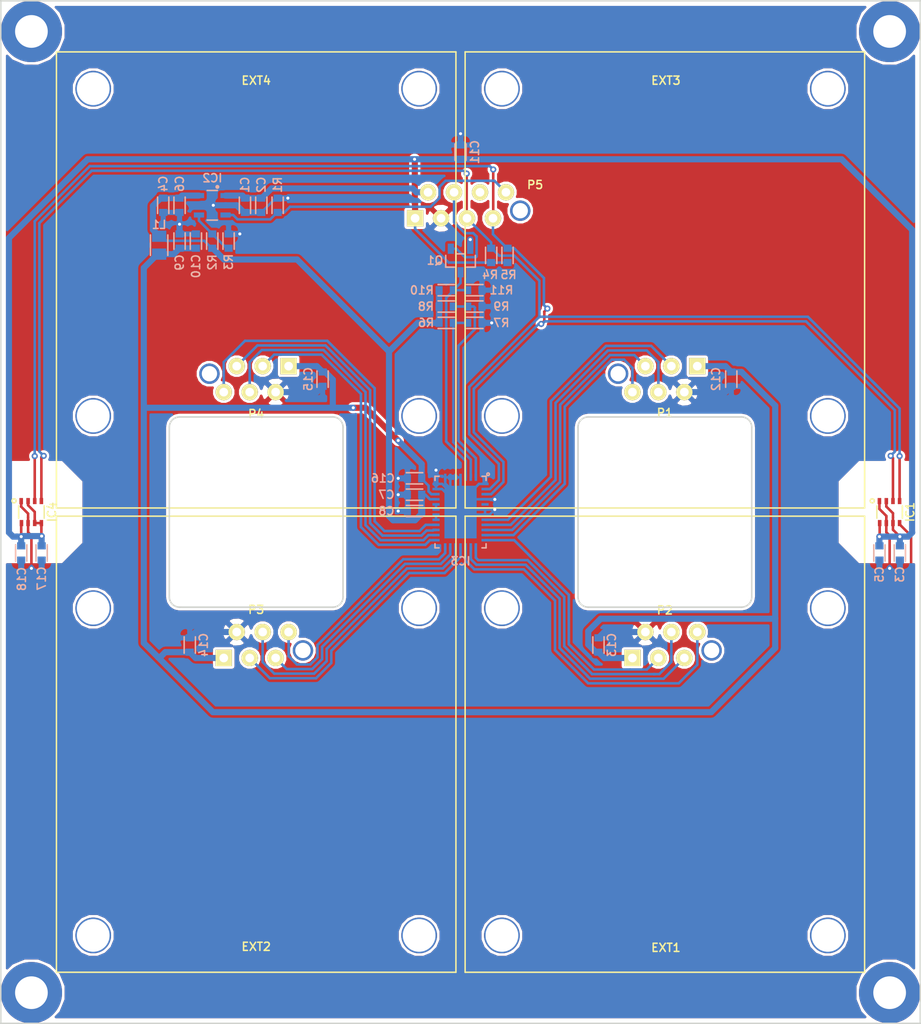
<source format=kicad_pcb>
(kicad_pcb (version 4) (host pcbnew 4.0.7)
  (layers (0 F.Cu signal) (31 B.Cu signal) (34 B.Paste user) (35 F.Paste user) (36 B.SilkS user) (37 F.SilkS user) (38 B.Mask user) (39 F.Mask user) (44 Edge.Cuts user))
  (net 0 "")
  (net 1 5V)
  (net 2 GND)
  (net 3 3V3)
  (net 4 SDA)
  (net 5 SCL)
  (net 6 EN)
  (net 7 "Net-(IC2-Pad4)")
  (net 8 SENS0CH0+)
  (net 9 SENS1CH0-)
  (net 10 SENS1CH1+)
  (net 11 SENS1CH1-)
  (net 12 SENS2CH0-)
  (net 13 SENS2CH0+)
  (net 14 SENS2CH1-)
  (net 15 SENS3CH0+)
  (net 16 SENS3CH0-)
  (net 17 SENS3CH1+)
  (net 18 SENS3CH1-)
  (net 19 "Net-(IC3-Pad24)")
  (net 20 "Net-(IC3-Pad26)")
  (net 21 "Net-(IC3-Pad36)")
  (net 22 "Net-(IC3-Pad37)")
  (net 23 "Net-(IC3-Pad38)")
  (net 24 SENS0CH0-)
  (net 25 SENS1CH0+)
  (net 26 SENS0CH1-)
  (net 27 SENS0CH1+)
  (net 28 SENS2CH1+)
  (net 29 ID1)
  (net 30 4V)
  (net 31 A4V)
  (module everykey:ALPHASENSE-ISB (layer F.Cu) (at 125 145 180)
    (fp_text reference EXT2 (at 0 2.5 180) (layer F.SilkS) (effects (font (size 0.8 0.8))))
    (fp_text value ExternalComp hide)
    (pad "" np_thru_hole circle (at -15.95 3.6 180) (size 3.5 3.5) (drill 3.2) (layers *.Cu *.Mask))
    (pad "" np_thru_hole circle (at 15.95 3.6 180) (size 3.5 3.5) (drill 3.2) (layers *.Cu *.Mask))
    (pad "" np_thru_hole circle (at 15.95 35.6 180) (size 3.5 3.5) (drill 3.2) (layers *.Cu *.Mask))
    (pad "" np_thru_hole circle (at -15.95 35.6 180) (size 3.5 3.5) (drill 3.2) (layers *.Cu *.Mask))
  )
  (module everykey:0603 (layer B.Cu) (at 149.6 74.9 90)
    (fp_text reference R5 (at -1.9 0.1 360) (layer B.SilkS) (effects (font (size 0.8 0.8)) (justify mirror)))
    (fp_text value DNP hide)
    (pad 1 smd rect (at -0.7 0 90) (size 0.7 0.8) (layers B.Cu B.Paste B.Mask) (net 3 3V3))
    (pad 2 smd rect (at 0.7 0 90) (size 0.7 0.8) (layers B.Cu B.Paste B.Mask) (net 4 SDA))
  )
  (module everykey:0603 (layer B.Cu) (at 146.4 79.9)
    (fp_text reference R9 (at 2.6 0 180) (layer B.SilkS) (effects (font (size 0.8 0.8)) (justify mirror)))
    (fp_text value 0/DNP hide)
    (pad 1 smd rect (at -0.7 0) (size 0.7 0.8) (layers B.Cu B.Paste B.Mask) (net 23 "Net-(IC3-Pad38)"))
    (pad 2 smd rect (at 0.7 0) (size 0.7 0.8) (layers B.Cu B.Paste B.Mask) (net 2 GND))
  )
  (module everykey:ALPHASENSE-ISB (layer F.Cu) (at 165 145 180)
    (fp_text reference EXT1 (at -0.1 2.4 180) (layer F.SilkS) (effects (font (size 0.8 0.8))))
    (fp_text value ExternalComp hide)
    (pad "" np_thru_hole circle (at -15.95 3.6 180) (size 3.5 3.5) (drill 3.2) (layers *.Cu *.Mask))
    (pad "" np_thru_hole circle (at 15.95 3.6 180) (size 3.5 3.5) (drill 3.2) (layers *.Cu *.Mask))
    (pad "" np_thru_hole circle (at 15.95 35.6 180) (size 3.5 3.5) (drill 3.2) (layers *.Cu *.Mask))
    (pad "" np_thru_hole circle (at -15.95 35.6 180) (size 3.5 3.5) (drill 3.2) (layers *.Cu *.Mask))
  )
  (module everykey:ALPHASENSE-ISB (layer F.Cu) (at 165 55)
    (fp_text reference EXT3 (at 0.1 2.8) (layer F.SilkS) (effects (font (size 0.8 0.8))))
    (fp_text value ExternalComp hide)
    (pad "" np_thru_hole circle (at -15.95 3.6) (size 3.5 3.5) (drill 3.2) (layers *.Cu *.Mask))
    (pad "" np_thru_hole circle (at 15.95 3.6) (size 3.5 3.5) (drill 3.2) (layers *.Cu *.Mask))
    (pad "" np_thru_hole circle (at 15.95 35.6) (size 3.5 3.5) (drill 3.2) (layers *.Cu *.Mask))
    (pad "" np_thru_hole circle (at -15.95 35.6) (size 3.5 3.5) (drill 3.2) (layers *.Cu *.Mask))
  )
  (module everykey:HEADER-1x06-1.27-ZZ-POL (layer F.Cu) (at 125 87 180)
    (fp_text reference P4 (at 0 -3.4 360) (layer F.SilkS) (effects (font (size 0.8 0.8))))
    (fp_text value CONN_6 hide)
    (pad 1 thru_hole rect (at -3.175 1.27 180) (size 1.6 1.6) (drill 0.85) (layers *.Cu *.Mask F.SilkS) (net 31 A4V))
    (pad 2 thru_hole circle (at -1.905 -1.27 180) (size 1.6 1.6) (drill 0.85) (layers *.Cu *.Mask F.SilkS) (net 2 GND))
    (pad 3 thru_hole circle (at -0.635 1.27 180) (size 1.6 1.6) (drill 0.85) (layers *.Cu *.Mask F.SilkS) (net 15 SENS3CH0+))
    (pad 4 thru_hole circle (at 0.635 -1.27 180) (size 1.6 1.6) (drill 0.85) (layers *.Cu *.Mask F.SilkS) (net 16 SENS3CH0-))
    (pad 5 thru_hole circle (at 1.905 1.27 180) (size 1.6 1.6) (drill 0.85) (layers *.Cu *.Mask F.SilkS) (net 17 SENS3CH1+))
    (pad 6 thru_hole circle (at 3.175 -1.27 180) (size 1.6 1.6) (drill 0.85) (layers *.Cu *.Mask F.SilkS) (net 18 SENS3CH1-))
    (pad "" np_thru_hole circle (at 4.575 0.53 180) (size 2 2) (drill 1.5) (layers *.Cu *.Mask))
  )
  (module everykey:HEADER-1x06-1.27-ZZ-POL (layer F.Cu) (at 165 87 180)
    (fp_text reference P1 (at 0 -3.3 360) (layer F.SilkS) (effects (font (size 0.8 0.8))))
    (fp_text value CONN_6 hide)
    (pad 1 thru_hole rect (at -3.175 1.27 180) (size 1.6 1.6) (drill 0.85) (layers *.Cu *.Mask F.SilkS) (net 31 A4V))
    (pad 2 thru_hole circle (at -1.905 -1.27 180) (size 1.6 1.6) (drill 0.85) (layers *.Cu *.Mask F.SilkS) (net 2 GND))
    (pad 3 thru_hole circle (at -0.635 1.27 180) (size 1.6 1.6) (drill 0.85) (layers *.Cu *.Mask F.SilkS) (net 8 SENS0CH0+))
    (pad 4 thru_hole circle (at 0.635 -1.27 180) (size 1.6 1.6) (drill 0.85) (layers *.Cu *.Mask F.SilkS) (net 24 SENS0CH0-))
    (pad 5 thru_hole circle (at 1.905 1.27 180) (size 1.6 1.6) (drill 0.85) (layers *.Cu *.Mask F.SilkS) (net 27 SENS0CH1+))
    (pad 6 thru_hole circle (at 3.175 -1.27 180) (size 1.6 1.6) (drill 0.85) (layers *.Cu *.Mask F.SilkS) (net 26 SENS0CH1-))
    (pad "" np_thru_hole circle (at 4.575 0.53 180) (size 2 2) (drill 1.5) (layers *.Cu *.Mask))
  )
  (module everykey:QFN-38-12-7-0.5-EP (layer B.Cu) (at 145 100 180)
    (fp_text reference IC3 (at 0 -4.8 180) (layer B.SilkS) (effects (font (size 0.8 0.8)) (justify mirror)))
    (fp_text value ADC_LTC2497 hide)
    (pad 1 smd rect (at -2.4 2.75 180) (size 0.7 0.25) (layers B.Cu B.Paste B.Mask) (net 2 GND))
    (pad 2 smd rect (at -2.4 2.25 180) (size 0.7 0.25) (layers B.Cu B.Paste B.Mask) (net 5 SCL))
    (pad 3 smd rect (at -2.4 1.75 180) (size 0.7 0.25) (layers B.Cu B.Paste B.Mask) (net 4 SDA))
    (pad 4 smd rect (at -2.4 1.25 180) (size 0.7 0.25) (layers B.Cu B.Paste B.Mask) (net 2 GND))
    (pad 5 smd rect (at -2.4 0.75 180) (size 0.7 0.25) (layers B.Cu B.Paste B.Mask))
    (pad 6 smd rect (at -2.4 0.25 180) (size 0.7 0.25) (layers B.Cu B.Paste B.Mask) (net 2 GND))
    (pad 7 smd rect (at -2.4 -0.25 180) (size 0.7 0.25) (layers B.Cu B.Paste B.Mask) (net 2 GND))
    (pad 8 smd rect (at -2.4 -0.75 180) (size 0.7 0.25) (layers B.Cu B.Paste B.Mask) (net 8 SENS0CH0+))
    (pad 13 smd rect (at -1.5 -3.4 90) (size 0.7 0.25) (layers B.Cu B.Paste B.Mask) (net 9 SENS1CH0-))
    (pad 14 smd rect (at -1 -3.4 90) (size 0.7 0.25) (layers B.Cu B.Paste B.Mask) (net 10 SENS1CH1+))
    (pad 15 smd rect (at -0.5 -3.4 90) (size 0.7 0.25) (layers B.Cu B.Paste B.Mask) (net 11 SENS1CH1-))
    (pad 16 smd rect (at 0 -3.4 90) (size 0.7 0.25) (layers B.Cu B.Paste B.Mask) (net 13 SENS2CH0+))
    (pad 17 smd rect (at 0.5 -3.4 90) (size 0.7 0.25) (layers B.Cu B.Paste B.Mask) (net 12 SENS2CH0-))
    (pad 18 smd rect (at 1 -3.4 90) (size 0.7 0.25) (layers B.Cu B.Paste B.Mask) (net 28 SENS2CH1+))
    (pad 19 smd rect (at 1.5 -3.4 90) (size 0.7 0.25) (layers B.Cu B.Paste B.Mask) (net 14 SENS2CH1-))
    (pad 20 smd rect (at 2.4 -2.75) (size 0.7 0.25) (layers B.Cu B.Paste B.Mask) (net 15 SENS3CH0+))
    (pad 21 smd rect (at 2.4 -2.25 180) (size 0.7 0.25) (layers B.Cu B.Paste B.Mask) (net 16 SENS3CH0-))
    (pad 22 smd rect (at 2.4 -1.75 180) (size 0.7 0.25) (layers B.Cu B.Paste B.Mask) (net 17 SENS3CH1+))
    (pad 23 smd rect (at 2.4 -1.25 180) (size 0.7 0.25) (layers B.Cu B.Paste B.Mask) (net 18 SENS3CH1-))
    (pad 24 smd rect (at 2.4 -0.75 180) (size 0.7 0.25) (layers B.Cu B.Paste B.Mask) (net 19 "Net-(IC3-Pad24)"))
    (pad 25 smd rect (at 2.4 -0.25 180) (size 0.7 0.25) (layers B.Cu B.Paste B.Mask) (net 19 "Net-(IC3-Pad24)"))
    (pad 26 smd rect (at 2.4 0.25 180) (size 0.7 0.25) (layers B.Cu B.Paste B.Mask) (net 20 "Net-(IC3-Pad26)"))
    (pad 27 smd rect (at 2.4 0.75 180) (size 0.7 0.25) (layers B.Cu B.Paste B.Mask) (net 20 "Net-(IC3-Pad26)"))
    (pad 32 smd rect (at 1.5 3.4 90) (size 0.7 0.25) (layers B.Cu B.Paste B.Mask) (net 2 GND))
    (pad 33 smd rect (at 1 3.4 90) (size 0.7 0.25) (layers B.Cu B.Paste B.Mask) (net 2 GND))
    (pad 34 smd rect (at 0.5 3.4 90) (size 0.7 0.25) (layers B.Cu B.Paste B.Mask) (net 2 GND))
    (pad 35 smd rect (at 0 3.4 90) (size 0.7 0.25) (layers B.Cu B.Paste B.Mask) (net 2 GND))
    (pad 36 smd rect (at -0.5 3.4 90) (size 0.7 0.25) (layers B.Cu B.Paste B.Mask) (net 21 "Net-(IC3-Pad36)"))
    (pad 37 smd rect (at -1 3.4 90) (size 0.7 0.25) (layers B.Cu B.Paste B.Mask) (net 22 "Net-(IC3-Pad37)"))
    (pad 38 smd rect (at -1.5 3.4 90) (size 0.7 0.25) (layers B.Cu B.Paste B.Mask) (net 23 "Net-(IC3-Pad38)"))
    (pad PAD smd rect (at 0 0 180) (size 3.15 5.15) (layers B.Cu B.Paste B.Mask) (net 2 GND))
    (pad 9 smd rect (at -2.4 -1.25 180) (size 0.7 0.25) (layers B.Cu B.Paste B.Mask) (net 24 SENS0CH0-))
    (pad 12 smd rect (at -2.4 -2.75 180) (size 0.7 0.25) (layers B.Cu B.Paste B.Mask) (net 25 SENS1CH0+))
    (pad 11 smd rect (at -2.4 -2.25 180) (size 0.7 0.25) (layers B.Cu B.Paste B.Mask) (net 26 SENS0CH1-))
    (pad 10 smd rect (at -2.4 -1.75 180) (size 0.7 0.25) (layers B.Cu B.Paste B.Mask) (net 27 SENS0CH1+))
    (pad 31 smd rect (at 2.4 2.75 180) (size 0.7 0.25) (layers B.Cu B.Paste B.Mask) (net 2 GND))
    (pad 28 smd rect (at 2.4 1.25 180) (size 0.7 0.25) (layers B.Cu B.Paste B.Mask) (net 30 4V))
    (pad 30 smd rect (at 2.4 2.25 180) (size 0.7 0.25) (layers B.Cu B.Paste B.Mask) (net 2 GND))
    (pad 29 smd rect (at 2.4 1.75 180) (size 0.7 0.25) (layers B.Cu B.Paste B.Mask) (net 31 A4V))
  )
  (module everykey:0603 (layer B.Cu) (at 158.5 113 270)
    (fp_text reference C13 (at 0 -1.3 450) (layer B.SilkS) (effects (font (size 0.8 0.8)) (justify mirror)))
    (fp_text value 0.1u hide)
    (pad 1 smd rect (at -0.7 0 270) (size 0.7 0.8) (layers B.Cu B.Paste B.Mask) (net 2 GND))
    (pad 2 smd rect (at 0.7 0 270) (size 0.7 0.8) (layers B.Cu B.Paste B.Mask) (net 31 A4V))
  )
  (module everykey:0603 (layer B.Cu) (at 123.9 70 270)
    (fp_text reference C1 (at -2 0 450) (layer B.SilkS) (effects (font (size 0.8 0.8)) (justify mirror)))
    (fp_text value 1u hide)
    (pad 1 smd rect (at -0.7 0 270) (size 0.7 0.8) (layers B.Cu B.Paste B.Mask) (net 1 5V))
    (pad 2 smd rect (at 0.7 0 270) (size 0.7 0.8) (layers B.Cu B.Paste B.Mask) (net 2 GND))
  )
  (module everykey:0603 (layer B.Cu) (at 125.5 70 270)
    (fp_text reference C2 (at -2 0 450) (layer B.SilkS) (effects (font (size 0.8 0.8)) (justify mirror)))
    (fp_text value 1u hide)
    (pad 1 smd rect (at -0.7 0 270) (size 0.7 0.8) (layers B.Cu B.Paste B.Mask) (net 1 5V))
    (pad 2 smd rect (at 0.7 0 270) (size 0.7 0.8) (layers B.Cu B.Paste B.Mask) (net 2 GND))
  )
  (module everykey:0603 (layer B.Cu) (at 188 104 270)
    (fp_text reference C3 (at 2.1 0 450) (layer B.SilkS) (effects (font (size 0.8 0.8)) (justify mirror)))
    (fp_text value 0.1u hide)
    (pad 1 smd rect (at -0.7 0 270) (size 0.7 0.8) (layers B.Cu B.Paste B.Mask) (net 3 3V3))
    (pad 2 smd rect (at 0.7 0 270) (size 0.7 0.8) (layers B.Cu B.Paste B.Mask) (net 2 GND))
  )
  (module everykey:0603 (layer B.Cu) (at 115.9 70 270)
    (fp_text reference C4 (at -2.1 0 450) (layer B.SilkS) (effects (font (size 0.8 0.8)) (justify mirror)))
    (fp_text value 1u hide)
    (pad 1 smd rect (at -0.7 0 270) (size 0.7 0.8) (layers B.Cu B.Paste B.Mask) (net 30 4V))
    (pad 2 smd rect (at 0.7 0 270) (size 0.7 0.8) (layers B.Cu B.Paste B.Mask) (net 2 GND))
  )
  (module everykey:0603 (layer B.Cu) (at 186 104 270)
    (fp_text reference C5 (at 2.1 0 450) (layer B.SilkS) (effects (font (size 0.8 0.8)) (justify mirror)))
    (fp_text value 0.1u hide)
    (pad 1 smd rect (at -0.7 0 270) (size 0.7 0.8) (layers B.Cu B.Paste B.Mask) (net 3 3V3))
    (pad 2 smd rect (at 0.7 0 270) (size 0.7 0.8) (layers B.Cu B.Paste B.Mask) (net 2 GND))
  )
  (module everykey:0603 (layer B.Cu) (at 117.5 70 270)
    (fp_text reference C6 (at -2.1 -0.01 450) (layer B.SilkS) (effects (font (size 0.8 0.8)) (justify mirror)))
    (fp_text value 1u hide)
    (pad 1 smd rect (at -0.7 0 270) (size 0.7 0.8) (layers B.Cu B.Paste B.Mask) (net 30 4V))
    (pad 2 smd rect (at 0.7 0 270) (size 0.7 0.8) (layers B.Cu B.Paste B.Mask) (net 2 GND))
  )
  (module everykey:0603 (layer B.Cu) (at 140.5 98.3 180)
    (fp_text reference C7 (at 2.75 0 360) (layer B.SilkS) (effects (font (size 0.8 0.8)) (justify mirror)))
    (fp_text value 0.1u hide)
    (pad 1 smd rect (at -0.7 0 180) (size 0.7 0.8) (layers B.Cu B.Paste B.Mask) (net 30 4V))
    (pad 2 smd rect (at 0.7 0 180) (size 0.7 0.8) (layers B.Cu B.Paste B.Mask) (net 2 GND))
  )
  (module everykey:0603 (layer B.Cu) (at 117.5 73.5 90)
    (fp_text reference C9 (at -2.1 0 270) (layer B.SilkS) (effects (font (size 0.8 0.8)) (justify mirror)))
    (fp_text value 1u hide)
    (pad 1 smd rect (at -0.7 0 90) (size 0.7 0.8) (layers B.Cu B.Paste B.Mask) (net 31 A4V))
    (pad 2 smd rect (at 0.7 0 90) (size 0.7 0.8) (layers B.Cu B.Paste B.Mask) (net 2 GND))
  )
  (module everykey:0603 (layer B.Cu) (at 119.1 73.5 90)
    (fp_text reference C10 (at -2.46 0 270) (layer B.SilkS) (effects (font (size 0.8 0.8)) (justify mirror)))
    (fp_text value 10u hide)
    (pad 1 smd rect (at -0.7 0 90) (size 0.7 0.8) (layers B.Cu B.Paste B.Mask) (net 31 A4V))
    (pad 2 smd rect (at 0.7 0 90) (size 0.7 0.8) (layers B.Cu B.Paste B.Mask) (net 2 GND))
  )
  (module everykey:0603 (layer B.Cu) (at 145 64.8 90)
    (fp_text reference C11 (at 0 1.4 270) (layer B.SilkS) (effects (font (size 0.8 0.8)) (justify mirror)))
    (fp_text value 1u hide)
    (pad 1 smd rect (at -0.7 0 90) (size 0.7 0.8) (layers B.Cu B.Paste B.Mask) (net 3 3V3))
    (pad 2 smd rect (at 0.7 0 90) (size 0.7 0.8) (layers B.Cu B.Paste B.Mask) (net 2 GND))
  )
  (module everykey:0603 (layer B.Cu) (at 171.5 87 90)
    (fp_text reference C12 (at 0 -1.5 270) (layer B.SilkS) (effects (font (size 0.8 0.8)) (justify mirror)))
    (fp_text value 0.1u hide)
    (pad 1 smd rect (at -0.7 0 90) (size 0.7 0.8) (layers B.Cu B.Paste B.Mask) (net 2 GND))
    (pad 2 smd rect (at 0.7 0 90) (size 0.7 0.8) (layers B.Cu B.Paste B.Mask) (net 31 A4V))
  )
  (module everykey:0603 (layer B.Cu) (at 118.5 113 270)
    (fp_text reference C14 (at 0 -1.35 450) (layer B.SilkS) (effects (font (size 0.8 0.8)) (justify mirror)))
    (fp_text value 0.1u hide)
    (pad 1 smd rect (at -0.7 0 270) (size 0.7 0.8) (layers B.Cu B.Paste B.Mask) (net 2 GND))
    (pad 2 smd rect (at 0.7 0 270) (size 0.7 0.8) (layers B.Cu B.Paste B.Mask) (net 31 A4V))
  )
  (module everykey:0603 (layer B.Cu) (at 131.5 87 90)
    (fp_text reference C15 (at 0 -1.4 270) (layer B.SilkS) (effects (font (size 0.8 0.8)) (justify mirror)))
    (fp_text value 0.1u hide)
    (pad 1 smd rect (at -0.7 0 90) (size 0.7 0.8) (layers B.Cu B.Paste B.Mask) (net 2 GND))
    (pad 2 smd rect (at 0.7 0 90) (size 0.7 0.8) (layers B.Cu B.Paste B.Mask) (net 31 A4V))
  )
  (module everykey:0603 (layer B.Cu) (at 140.5 96.7 180)
    (fp_text reference C16 (at 3.1 0 360) (layer B.SilkS) (effects (font (size 0.8 0.8)) (justify mirror)))
    (fp_text value DNP hide)
    (pad 1 smd rect (at -0.7 0 180) (size 0.7 0.8) (layers B.Cu B.Paste B.Mask) (net 31 A4V))
    (pad 2 smd rect (at 0.7 0 180) (size 0.7 0.8) (layers B.Cu B.Paste B.Mask) (net 2 GND))
  )
  (module everykey:SOT23-5 (layer B.Cu) (at 120.7 70 180)
    (fp_text reference IC2 (at -0.01 2.66 180) (layer B.SilkS) (effects (font (size 0.8 0.8)) (justify mirror)))
    (fp_text value AP7330 hide)
    (pad 1 smd rect (at -1.3 0.95 180) (size 1 0.5) (layers B.Cu B.Paste B.Mask) (net 1 5V))
    (pad 2 smd rect (at -1.3 0 180) (size 1 0.5) (layers B.Cu B.Paste B.Mask) (net 2 GND))
    (pad 3 smd rect (at -1.3 -0.95 180) (size 1 0.5) (layers B.Cu B.Paste B.Mask) (net 6 EN))
    (pad 4 smd rect (at 1.3 -0.95 180) (size 1 0.5) (layers B.Cu B.Paste B.Mask) (net 7 "Net-(IC2-Pad4)"))
    (pad 5 smd rect (at 1.3 0.95 180) (size 1 0.5) (layers B.Cu B.Paste B.Mask) (net 30 4V))
  )
  (module everykey:HEADER-1x06-1.27-ZZ-POL (layer F.Cu) (at 165 113)
    (fp_text reference P2 (at 0 -3.4 180) (layer F.SilkS) (effects (font (size 0.8 0.8))))
    (fp_text value CONN_6 hide)
    (pad 1 thru_hole rect (at -3.175 1.27) (size 1.6 1.6) (drill 0.85) (layers *.Cu *.Mask F.SilkS) (net 31 A4V))
    (pad 2 thru_hole circle (at -1.905 -1.27) (size 1.6 1.6) (drill 0.85) (layers *.Cu *.Mask F.SilkS) (net 2 GND))
    (pad 3 thru_hole circle (at -0.635 1.27) (size 1.6 1.6) (drill 0.85) (layers *.Cu *.Mask F.SilkS) (net 25 SENS1CH0+))
    (pad 4 thru_hole circle (at 0.635 -1.27) (size 1.6 1.6) (drill 0.85) (layers *.Cu *.Mask F.SilkS) (net 9 SENS1CH0-))
    (pad 5 thru_hole circle (at 1.905 1.27) (size 1.6 1.6) (drill 0.85) (layers *.Cu *.Mask F.SilkS) (net 10 SENS1CH1+))
    (pad 6 thru_hole circle (at 3.175 -1.27) (size 1.6 1.6) (drill 0.85) (layers *.Cu *.Mask F.SilkS) (net 11 SENS1CH1-))
    (pad "" np_thru_hole circle (at 4.575 0.53) (size 2 2) (drill 1.5) (layers *.Cu *.Mask))
  )
  (module everykey:HEADER-1x06-1.27-ZZ-POL (layer F.Cu) (at 125 113)
    (fp_text reference P3 (at 0 -3.45 180) (layer F.SilkS) (effects (font (size 0.8 0.8))))
    (fp_text value CONN_6 hide)
    (pad 1 thru_hole rect (at -3.175 1.27) (size 1.6 1.6) (drill 0.85) (layers *.Cu *.Mask F.SilkS) (net 31 A4V))
    (pad 2 thru_hole circle (at -1.905 -1.27) (size 1.6 1.6) (drill 0.85) (layers *.Cu *.Mask F.SilkS) (net 2 GND))
    (pad 3 thru_hole circle (at -0.635 1.27) (size 1.6 1.6) (drill 0.85) (layers *.Cu *.Mask F.SilkS) (net 13 SENS2CH0+))
    (pad 4 thru_hole circle (at 0.635 -1.27) (size 1.6 1.6) (drill 0.85) (layers *.Cu *.Mask F.SilkS) (net 12 SENS2CH0-))
    (pad 5 thru_hole circle (at 1.905 1.27) (size 1.6 1.6) (drill 0.85) (layers *.Cu *.Mask F.SilkS) (net 28 SENS2CH1+))
    (pad 6 thru_hole circle (at 3.175 -1.27) (size 1.6 1.6) (drill 0.85) (layers *.Cu *.Mask F.SilkS) (net 14 SENS2CH1-))
    (pad "" np_thru_hole circle (at 4.575 0.53) (size 2 2) (drill 1.5) (layers *.Cu *.Mask))
  )
  (module everykey:HEADER-1x08-1.27-ZZ-POL (layer F.Cu) (at 145 70)
    (fp_text reference P5 (at 7.3 -2 180) (layer F.SilkS) (effects (font (size 0.8 0.8))))
    (fp_text value CONN_8 hide)
    (pad 1 thru_hole rect (at -4.445 1.27) (size 1.6 1.6) (drill 0.85) (layers *.Cu *.Mask F.SilkS) (net 3 3V3))
    (pad 2 thru_hole circle (at -3.175 -1.27) (size 1.6 1.6) (drill 0.85) (layers *.Cu *.Mask F.SilkS) (net 1 5V))
    (pad 3 thru_hole circle (at -1.905 1.27) (size 1.6 1.6) (drill 0.85) (layers *.Cu *.Mask F.SilkS) (net 2 GND))
    (pad 4 thru_hole circle (at -0.635 -1.27) (size 1.6 1.6) (drill 0.85) (layers *.Cu *.Mask F.SilkS) (net 29 ID1))
    (pad 5 thru_hole circle (at 0.635 1.27) (size 1.6 1.6) (drill 0.85) (layers *.Cu *.Mask F.SilkS) (net 5 SCL))
    (pad 6 thru_hole circle (at 1.905 -1.27) (size 1.6 1.6) (drill 0.85) (layers *.Cu *.Mask F.SilkS))
    (pad 7 thru_hole circle (at 3.175 1.27) (size 1.6 1.6) (drill 0.85) (layers *.Cu *.Mask F.SilkS) (net 4 SDA))
    (pad 8 thru_hole circle (at 4.445 -1.27) (size 1.6 1.6) (drill 0.85) (layers *.Cu *.Mask F.SilkS) (net 6 EN))
    (pad "" np_thru_hole circle (at 5.845 0.53) (size 2 2) (drill 1.5) (layers *.Cu *.Mask))
  )
  (module everykey:SOT23-3 (layer B.Cu) (at 145 75.4 270)
    (fp_text reference Q1 (at 0 2.5 360) (layer B.SilkS) (effects (font (size 0.8 0.8)) (justify mirror)))
    (fp_text value AO3418 hide)
    (pad 1 smd rect (at -1.15 0.95 270) (size 1 0.6) (layers B.Cu B.Paste B.Mask) (net 29 ID1))
    (pad 2 smd rect (at -1.15 -0.95 270) (size 1 0.6) (layers B.Cu B.Paste B.Mask) (net 2 GND))
    (pad 3 smd rect (at 1.15 0 270) (size 1 0.6) (layers B.Cu B.Paste B.Mask) (net 21 "Net-(IC3-Pad36)"))
  )
  (module everykey:0603 (layer B.Cu) (at 127.1 70 90)
    (fp_text reference R1 (at 2 0 270) (layer B.SilkS) (effects (font (size 0.8 0.8)) (justify mirror)))
    (fp_text value 10K hide)
    (pad 1 smd rect (at -0.7 0 90) (size 0.7 0.8) (layers B.Cu B.Paste B.Mask) (net 6 EN))
    (pad 2 smd rect (at 0.7 0 90) (size 0.7 0.8) (layers B.Cu B.Paste B.Mask) (net 2 GND))
  )
  (module everykey:0603 (layer B.Cu) (at 120.7 73.5 90)
    (fp_text reference R2 (at -2.08 0 270) (layer B.SilkS) (effects (font (size 0.8 0.8)) (justify mirror)))
    (fp_text value 9K1 hide)
    (pad 1 smd rect (at -0.7 0 90) (size 0.7 0.8) (layers B.Cu B.Paste B.Mask) (net 30 4V))
    (pad 2 smd rect (at 0.7 0 90) (size 0.7 0.8) (layers B.Cu B.Paste B.Mask) (net 7 "Net-(IC2-Pad4)"))
  )
  (module everykey:0603 (layer B.Cu) (at 122.3 73.5 90)
    (fp_text reference R3 (at -2.04 0 270) (layer B.SilkS) (effects (font (size 0.8 0.8)) (justify mirror)))
    (fp_text value 2K2 hide)
    (pad 1 smd rect (at -0.7 0 90) (size 0.7 0.8) (layers B.Cu B.Paste B.Mask) (net 7 "Net-(IC2-Pad4)"))
    (pad 2 smd rect (at 0.7 0 90) (size 0.7 0.8) (layers B.Cu B.Paste B.Mask) (net 2 GND))
  )
  (module everykey:0603 (layer B.Cu) (at 148 74.9 90)
    (fp_text reference R4 (at -1.9 -0.1 360) (layer B.SilkS) (effects (font (size 0.8 0.8)) (justify mirror)))
    (fp_text value DNP hide)
    (pad 1 smd rect (at -0.7 0 90) (size 0.7 0.8) (layers B.Cu B.Paste B.Mask) (net 3 3V3))
    (pad 2 smd rect (at 0.7 0 90) (size 0.7 0.8) (layers B.Cu B.Paste B.Mask) (net 5 SCL))
  )
  (module everykey:0603 (layer B.Cu) (at 143.6 81.5)
    (fp_text reference R6 (at -1.97 -0.01 180) (layer B.SilkS) (effects (font (size 0.8 0.8)) (justify mirror)))
    (fp_text value 0/DNP hide)
    (pad 1 smd rect (at -0.7 0) (size 0.7 0.8) (layers B.Cu B.Paste B.Mask) (net 30 4V))
    (pad 2 smd rect (at 0.7 0) (size 0.7 0.8) (layers B.Cu B.Paste B.Mask) (net 22 "Net-(IC3-Pad37)"))
  )
  (module everykey:0603 (layer B.Cu) (at 146.4 81.5)
    (fp_text reference R7 (at 2.6 0 180) (layer B.SilkS) (effects (font (size 0.8 0.8)) (justify mirror)))
    (fp_text value 0/DNP hide)
    (pad 1 smd rect (at -0.7 0) (size 0.7 0.8) (layers B.Cu B.Paste B.Mask) (net 22 "Net-(IC3-Pad37)"))
    (pad 2 smd rect (at 0.7 0) (size 0.7 0.8) (layers B.Cu B.Paste B.Mask) (net 2 GND))
  )
  (module everykey:0603 (layer B.Cu) (at 143.6 79.9)
    (fp_text reference R8 (at -1.99 0 180) (layer B.SilkS) (effects (font (size 0.8 0.8)) (justify mirror)))
    (fp_text value 0/DNP hide)
    (pad 1 smd rect (at -0.7 0) (size 0.7 0.8) (layers B.Cu B.Paste B.Mask) (net 30 4V))
    (pad 2 smd rect (at 0.7 0) (size 0.7 0.8) (layers B.Cu B.Paste B.Mask) (net 23 "Net-(IC3-Pad38)"))
  )
  (module everykey:0603 (layer B.Cu) (at 143.6 78.3)
    (fp_text reference R10 (at -2.38 0.01 180) (layer B.SilkS) (effects (font (size 0.8 0.8)) (justify mirror)))
    (fp_text value 10K hide)
    (pad 1 smd rect (at -0.7 0) (size 0.7 0.8) (layers B.Cu B.Paste B.Mask) (net 30 4V))
    (pad 2 smd rect (at 0.7 0) (size 0.7 0.8) (layers B.Cu B.Paste B.Mask) (net 21 "Net-(IC3-Pad36)"))
  )
  (module everykey:0603 (layer B.Cu) (at 146.4 78.3)
    (fp_text reference R11 (at 2.6 0 180) (layer B.SilkS) (effects (font (size 0.8 0.8)) (justify mirror)))
    (fp_text value 0/DNP hide)
    (pad 1 smd rect (at -0.7 0) (size 0.7 0.8) (layers B.Cu B.Paste B.Mask) (net 21 "Net-(IC3-Pad36)"))
    (pad 2 smd rect (at 0.7 0) (size 0.7 0.8) (layers B.Cu B.Paste B.Mask) (net 2 GND))
  )
  (module everykey:HOLE-3.2 (layer F.Cu) (at 103 53)
    (fp_text reference H1 hide)
    (fp_text value HOLE hide)
    (pad "" np_thru_hole circle (at 0 0) (size 6 6) (drill 3.2) (layers *.Cu))
  )
  (module everykey:HOLE-3.2 (layer F.Cu) (at 103 147)
    (fp_text reference H2 hide)
    (fp_text value HOLE hide)
    (pad "" np_thru_hole circle (at 0 0) (size 6 6) (drill 3.2) (layers *.Cu))
  )
  (module everykey:HOLE-3.2 (layer F.Cu) (at 187 147)
    (fp_text reference H3 hide)
    (fp_text value HOLE hide)
    (pad "" np_thru_hole circle (at 0 0) (size 6 6) (drill 3.2) (layers *.Cu))
  )
  (module everykey:HOLE-3.2 (layer F.Cu) (at 187 53)
    (fp_text reference H4 hide)
    (fp_text value HOLE hide)
    (pad "" np_thru_hole circle (at 0 0) (size 6 6) (drill 3.2) (layers *.Cu))
  )
  (module everykey:ALPHASENSE-ISB (layer F.Cu) (at 125 55)
    (fp_text reference EXT4 (at 0 2.8) (layer F.SilkS) (effects (font (size 0.8 0.8))))
    (fp_text value ExternalComp hide)
    (pad "" np_thru_hole circle (at -15.95 3.6) (size 3.5 3.5) (drill 3.2) (layers *.Cu *.Mask))
    (pad "" np_thru_hole circle (at 15.95 3.6) (size 3.5 3.5) (drill 3.2) (layers *.Cu *.Mask))
    (pad "" np_thru_hole circle (at 15.95 35.6) (size 3.5 3.5) (drill 3.2) (layers *.Cu *.Mask))
    (pad "" np_thru_hole circle (at -15.95 35.6) (size 3.5 3.5) (drill 3.2) (layers *.Cu *.Mask))
  )
  (module everykey:0603 (layer B.Cu) (at 140.5 99.9 180)
    (fp_text reference C8 (at 2.75 0 360) (layer B.SilkS) (effects (font (size 0.8 0.8)) (justify mirror)))
    (fp_text value 10u hide)
    (pad 1 smd rect (at -0.7 0 180) (size 0.7 0.8) (layers B.Cu B.Paste B.Mask) (net 30 4V))
    (pad 2 smd rect (at 0.7 0 180) (size 0.7 0.8) (layers B.Cu B.Paste B.Mask) (net 2 GND))
  )
  (module everykey:BME280 (layer F.Cu) (at 187 100 90)
    (fp_text reference IC1 (at 0 2 90) (layer F.SilkS) (effects (font (size 0.8 0.8))))
    (fp_text value BME280)
    (pad 8 smd rect (at -1.075 -0.975 90) (size 0.6 0.35) (layers F.Cu F.Mask) (net 3 3V3))
    (pad 7 smd rect (at -1.075 -0.325 90) (size 0.6 0.35) (layers F.Cu F.Mask) (net 2 GND))
    (pad 6 smd rect (at -1.075 0.325 90) (size 0.6 0.35) (layers F.Cu F.Mask) (net 3 3V3))
    (pad 5 smd rect (at -1.075 0.975 90) (size 0.6 0.35) (layers F.Cu F.Mask) (net 2 GND))
    (pad 4 smd rect (at 1.075 0.975 90) (size 0.6 0.35) (layers F.Cu F.Mask) (net 5 SCL))
    (pad 3 smd rect (at 1.075 0.325 90) (size 0.6 0.35) (layers F.Cu F.Mask) (net 4 SDA))
    (pad 2 smd rect (at 1.075 -0.325 90) (size 0.6 0.35) (layers F.Cu F.Mask) (net 3 3V3))
    (pad 1 smd rect (at 1.075 -1 90) (size 0.6 0.35) (layers F.Cu F.Mask) (net 2 GND))
  )
  (module everykey:0603 (layer B.Cu) (at 104 104 270)
    (fp_text reference C17 (at 2.5 0 450) (layer B.SilkS) (effects (font (size 0.8 0.8)) (justify mirror)))
    (fp_text value 0.1u hide)
    (pad 1 smd rect (at -0.7 0 270) (size 0.7 0.8) (layers B.Cu B.Paste B.Mask) (net 3 3V3))
    (pad 2 smd rect (at 0.7 0 270) (size 0.7 0.8) (layers B.Cu B.Paste B.Mask) (net 2 GND))
  )
  (module everykey:0603 (layer B.Cu) (at 102 104 270)
    (fp_text reference C18 (at 2.55 -0.05 450) (layer B.SilkS) (effects (font (size 0.8 0.8)) (justify mirror)))
    (fp_text value 0.1u hide)
    (pad 1 smd rect (at -0.7 0 270) (size 0.7 0.8) (layers B.Cu B.Paste B.Mask) (net 3 3V3))
    (pad 2 smd rect (at 0.7 0 270) (size 0.7 0.8) (layers B.Cu B.Paste B.Mask) (net 2 GND))
  )
  (module everykey:BME280 (layer F.Cu) (at 103 100 90)
    (fp_text reference IC4 (at 0 2 90) (layer F.SilkS) (effects (font (size 0.8 0.8))))
    (fp_text value BME280)
    (pad 8 smd rect (at -1.075 -0.975 90) (size 0.6 0.35) (layers F.Cu F.Mask) (net 3 3V3))
    (pad 7 smd rect (at -1.075 -0.325 90) (size 0.6 0.35) (layers F.Cu F.Mask) (net 2 GND))
    (pad 6 smd rect (at -1.075 0.325 90) (size 0.6 0.35) (layers F.Cu F.Mask) (net 3 3V3))
    (pad 5 smd rect (at -1.075 0.975 90) (size 0.6 0.35) (layers F.Cu F.Mask) (net 3 3V3))
    (pad 4 smd rect (at 1.075 0.975 90) (size 0.6 0.35) (layers F.Cu F.Mask) (net 5 SCL))
    (pad 3 smd rect (at 1.075 0.325 90) (size 0.6 0.35) (layers F.Cu F.Mask) (net 4 SDA))
    (pad 2 smd rect (at 1.075 -0.325 90) (size 0.6 0.35) (layers F.Cu F.Mask) (net 3 3V3))
    (pad 1 smd rect (at 1.075 -1 90) (size 0.6 0.35) (layers F.Cu F.Mask) (net 2 GND))
  )
  (module everykey:0805 (layer B.Cu) (at 115.5 73.9 270)
    (fp_text reference L1 (at -2 0 540) (layer B.SilkS) (effects (font (size 0.8 0.8)) (justify mirror)))
    (fp_text value "22u 50mA")
    (pad 1 smd rect (at -0.875 0 270) (size 1.1 1.4) (layers B.Cu B.Paste B.Mask) (net 30 4V))
    (pad 2 smd rect (at 0.875 0 270) (size 1.1 1.4) (layers B.Cu B.Paste B.Mask) (net 31 A4V))
  )
  (gr_arc (start 172.5 108.3) (end 173.5 108.3) (angle 90) (layer Edge.Cuts) (width 0.15))
  (gr_line (start 172.5 109.3) (end 157.5 109.3) (layer Edge.Cuts) (width 0.15))
  (gr_arc (start 157.5 108.3) (end 157.5 109.3) (angle 90) (layer Edge.Cuts) (width 0.15))
  (gr_arc (start 157.5 91.7) (end 156.5 91.7) (angle 90) (layer Edge.Cuts) (width 0.15))
  (gr_line (start 157.5 90.7) (end 172.5 90.7) (layer Edge.Cuts) (width 0.15))
  (gr_arc (start 172.5 91.7) (end 172.5 90.7) (angle 90) (layer Edge.Cuts) (width 0.15))
  (gr_line (start 173.5 91.7) (end 173.5 108.3) (layer Edge.Cuts) (width 0.15))
  (gr_line (start 156.5 108.3) (end 156.5 91.7) (layer Edge.Cuts) (width 0.15))
  (gr_arc (start 132.5 91.7) (end 132.5 90.7) (angle 90) (layer Edge.Cuts) (width 0.15))
  (gr_arc (start 117.5 91.7) (end 116.5 91.7) (angle 90) (layer Edge.Cuts) (width 0.15))
  (gr_arc (start 117.5 108.3) (end 117.5 109.3) (angle 90) (layer Edge.Cuts) (width 0.15))
  (gr_arc (start 132.5 108.3) (end 133.5 108.3) (angle 90) (layer Edge.Cuts) (width 0.15))
  (gr_line (start 116.5 108.3) (end 116.5 91.7) (layer Edge.Cuts) (width 0.15))
  (gr_line (start 132.5 109.3) (end 117.5 109.3) (layer Edge.Cuts) (width 0.15))
  (gr_line (start 133.5 91.7) (end 133.5 108.3) (layer Edge.Cuts) (width 0.15))
  (gr_line (start 117.5 90.7) (end 132.5 90.7) (layer Edge.Cuts) (width 0.15))
  (gr_line (start 100 150) (end 100 50) (layer Edge.Cuts) (width 0.15))
  (gr_line (start 190 150) (end 100 150) (layer Edge.Cuts) (width 0.15))
  (gr_line (start 190 50) (end 190 150) (layer Edge.Cuts) (width 0.15))
  (gr_line (start 100 50) (end 190 50) (layer Edge.Cuts) (width 0.15))
  (segment (start 141.825 68.73) (end 140.69363 68.73) (width 0.6) (layer B.Cu) (net 1))
  (segment (start 140.69363 68.73) (end 140.31363 68.35) (width 0.6) (layer B.Cu) (net 1))
  (segment (start 140.31363 68.35) (end 126.5 68.35) (width 0.6) (layer B.Cu) (net 1))
  (segment (start 126.5 68.35) (end 125.55 69.3) (width 0.6) (layer B.Cu) (net 1))
  (segment (start 125.55 69.3) (end 125.5 69.3) (width 0.6) (layer B.Cu) (net 1))
  (segment (start 123.9 69.3) (end 123.65 69.05) (width 0.6) (layer B.Cu) (net 1))
  (segment (start 123.65 69.05) (end 122 69.05) (width 0.6) (layer B.Cu) (net 1))
  (segment (start 125.5 69.3) (end 123.9 69.3) (width 0.6) (layer B.Cu) (net 1))
  (via (at 145 63) (size 0.6) (drill 0.3) (layers F.Cu B.Cu) (net 2))
  (segment (start 145 64.1) (end 145 63) (width 0.6) (layer B.Cu) (net 2))
  (segment (start 103 102.3) (end 103 105.5) (width 0.25) (layer F.Cu) (net 2))
  (segment (start 102.675 101.975) (end 103 102.3) (width 0.25) (layer F.Cu) (net 2))
  (segment (start 102.675 101.075) (end 102.675 101.975) (width 0.25) (layer F.Cu) (net 2))
  (segment (start 187 102.3) (end 187 105.5) (width 0.25) (layer F.Cu) (net 2))
  (via (at 187 105.5) (size 0.6) (drill 0.3) (layers F.Cu B.Cu) (net 2))
  (segment (start 186.675 101.975) (end 187 102.3) (width 0.25) (layer F.Cu) (net 2))
  (segment (start 186.675 101.075) (end 186.675 101.975) (width 0.25) (layer F.Cu) (net 2))
  (via (at 103 105.5) (size 0.6) (drill 0.3) (layers F.Cu B.Cu) (net 2))
  (segment (start 186 104.7) (end 186 105.7) (width 0.6) (layer B.Cu) (net 2))
  (segment (start 188 104.7) (end 188 105.65) (width 0.6) (layer B.Cu) (net 2))
  (segment (start 189.1 102.325) (end 189.1 105.5) (width 0.25) (layer F.Cu) (net 2))
  (segment (start 187.975 101.075) (end 187.975 101.2) (width 0.25) (layer F.Cu) (net 2))
  (segment (start 187.975 101.2) (end 189.1 102.325) (width 0.25) (layer F.Cu) (net 2))
  (segment (start 102 104.7) (end 102 106) (width 0.6) (layer B.Cu) (net 2))
  (segment (start 104 104.7) (end 104 106) (width 0.6) (layer B.Cu) (net 2))
  (segment (start 102 98.925) (end 102 99.475) (width 0.25) (layer F.Cu) (net 2))
  (segment (start 102 99.475) (end 102.675 100.15) (width 0.25) (layer F.Cu) (net 2))
  (segment (start 102.675 100.15) (end 102.675 100.525) (width 0.25) (layer F.Cu) (net 2))
  (segment (start 102.675 100.525) (end 102.675 101.075) (width 0.25) (layer F.Cu) (net 2))
  (segment (start 166.905 88.27) (end 170.93 88.27) (width 0.6) (layer B.Cu) (net 2))
  (segment (start 170.93 88.27) (end 171.5 87.7) (width 0.6) (layer B.Cu) (net 2))
  (segment (start 126.905 88.27) (end 130.93 88.27) (width 0.6) (layer B.Cu) (net 2))
  (segment (start 130.93 88.27) (end 131.5 87.7) (width 0.6) (layer B.Cu) (net 2))
  (segment (start 123.095 111.73) (end 119.07 111.73) (width 0.6) (layer B.Cu) (net 2))
  (segment (start 119.07 111.73) (end 118.5 112.3) (width 0.6) (layer B.Cu) (net 2))
  (segment (start 163.095 111.73) (end 159.07 111.73) (width 0.6) (layer B.Cu) (net 2))
  (segment (start 159.07 111.73) (end 158.5 112.3) (width 0.6) (layer B.Cu) (net 2))
  (segment (start 186 98.912068) (end 186.000001 99.700001) (width 0.25) (layer F.Cu) (net 2))
  (segment (start 186.000001 99.700001) (end 186.3 100) (width 0.25) (layer F.Cu) (net 2))
  (segment (start 186.675 100.375) (end 186.3 100) (width 0.25) (layer F.Cu) (net 2))
  (segment (start 186.675 100.512068) (end 186.675 100.375) (width 0.25) (layer F.Cu) (net 2))
  (segment (start 186.675 101.062068) (end 186.675 100.512068) (width 0.25) (layer F.Cu) (net 2))
  (segment (start 127.1 69.3) (end 126.9 69.3) (width 0.25) (layer B.Cu) (net 2))
  (segment (start 126.9 69.3) (end 125.5 70.7) (width 0.25) (layer B.Cu) (net 2))
  (segment (start 123.9 70.7) (end 124.5 70.7) (width 0.6) (layer B.Cu) (net 2))
  (segment (start 124.5 70.7) (end 125.5 70.7) (width 0.6) (layer B.Cu) (net 2))
  (segment (start 122 70) (end 123.1 70) (width 0.6) (layer B.Cu) (net 2))
  (segment (start 123.1 70) (end 123.8 70.7) (width 0.6) (layer B.Cu) (net 2))
  (segment (start 123.8 70.7) (end 124.5 70.7) (width 0.6) (layer B.Cu) (net 2))
  (via (at 145.95 73.35) (size 0.6) (drill 0.3) (layers F.Cu B.Cu) (net 2))
  (segment (start 145.95 74.25) (end 145.95 73.35) (width 0.6) (layer B.Cu) (net 2))
  (via (at 128.1 69.3) (size 0.6) (drill 0.3) (layers F.Cu B.Cu) (net 2))
  (segment (start 127.1 69.3) (end 128.1 69.3) (width 0.6) (layer B.Cu) (net 2))
  (segment (start 142.6 96.875) (end 142.6 95.9) (width 0.25) (layer B.Cu) (net 2))
  (via (at 142.6 95.9) (size 0.6) (drill 0.3) (layers F.Cu B.Cu) (net 2))
  (segment (start 142.6 97.25) (end 142.6 96.875) (width 0.25) (layer B.Cu) (net 2))
  (segment (start 147.4 100.25) (end 147.85 100.25) (width 0.25) (layer B.Cu) (net 2))
  (segment (start 147.85 100.25) (end 148.35 99.75) (width 0.25) (layer B.Cu) (net 2))
  (segment (start 147.4 98.75) (end 148.358414 98.76202) (width 0.25) (layer B.Cu) (net 2))
  (segment (start 148.35 98.75) (end 148.358414 98.758414) (width 0.25) (layer B.Cu) (net 2))
  (segment (start 148.358414 98.758414) (end 148.358414 98.76202) (width 0.25) (layer B.Cu) (net 2))
  (via (at 148.358414 98.76202) (size 0.6) (drill 0.3) (layers F.Cu B.Cu) (net 2))
  (via (at 148.35 99.75) (size 0.6) (drill 0.3) (layers F.Cu B.Cu) (net 2))
  (segment (start 147.4 99.75) (end 148.35 99.75) (width 0.25) (layer B.Cu) (net 2))
  (via (at 148.05 81.5) (size 0.6) (drill 0.3) (layers F.Cu B.Cu) (net 2))
  (segment (start 147.1 81.5) (end 148.05 81.5) (width 0.6) (layer B.Cu) (net 2))
  (via (at 123.4 72.8) (size 0.6) (drill 0.3) (layers F.Cu B.Cu) (net 2))
  (segment (start 122.3 72.8) (end 123.4 72.8) (width 0.6) (layer B.Cu) (net 2))
  (via (at 117.5 71.85) (size 0.6) (drill 0.3) (layers F.Cu B.Cu) (net 2))
  (segment (start 117.5 72.8) (end 117.5 71.85) (width 0.6) (layer B.Cu) (net 2))
  (via (at 138.9 99.9) (size 0.6) (drill 0.3) (layers F.Cu B.Cu) (net 2))
  (segment (start 139.8 99.9) (end 138.9 99.9) (width 0.6) (layer B.Cu) (net 2))
  (via (at 138.9 96.7) (size 0.6) (drill 0.3) (layers F.Cu B.Cu) (net 2))
  (segment (start 139.8 96.7) (end 138.9 96.7) (width 0.6) (layer B.Cu) (net 2))
  (via (at 138.9 98.3) (size 0.6) (drill 0.3) (layers F.Cu B.Cu) (net 2))
  (segment (start 139.8 98.3) (end 138.9 98.3) (width 0.6) (layer B.Cu) (net 2))
  (via (at 120.8 70) (size 0.6) (drill 0.3) (layers F.Cu B.Cu) (net 2))
  (segment (start 122 70) (end 120.8 70) (width 0.6) (layer B.Cu) (net 2))
  (segment (start 147.4 99.75) (end 147.4 100.25) (width 0.25) (layer B.Cu) (net 2))
  (segment (start 147.4 100.25) (end 145.25 100.25) (width 0.25) (layer B.Cu) (net 2))
  (segment (start 145.25 100.25) (end 145 100) (width 0.25) (layer B.Cu) (net 2))
  (segment (start 147.4 99.75) (end 145.25 99.75) (width 0.25) (layer B.Cu) (net 2))
  (segment (start 145.25 99.75) (end 145 100) (width 0.25) (layer B.Cu) (net 2))
  (segment (start 147.4 98.75) (end 146.25 98.75) (width 0.25) (layer B.Cu) (net 2))
  (segment (start 146.25 98.75) (end 145 100) (width 0.25) (layer B.Cu) (net 2))
  (segment (start 147.4 97.25) (end 146.8 97.25) (width 0.25) (layer B.Cu) (net 2))
  (segment (start 146.8 97.25) (end 145 99.05) (width 0.25) (layer B.Cu) (net 2))
  (segment (start 145 99.05) (end 145 100) (width 0.25) (layer B.Cu) (net 2))
  (segment (start 144.5 96.6) (end 145 96.6) (width 0.25) (layer B.Cu) (net 2))
  (segment (start 144 96.6) (end 144.5 96.6) (width 0.25) (layer B.Cu) (net 2))
  (segment (start 143.5 96.6) (end 144 96.6) (width 0.25) (layer B.Cu) (net 2))
  (segment (start 145 96.6) (end 145 100) (width 0.25) (layer B.Cu) (net 2))
  (segment (start 144.5 96.6) (end 144.5 99.5) (width 0.25) (layer B.Cu) (net 2))
  (segment (start 144.5 99.5) (end 145 100) (width 0.25) (layer B.Cu) (net 2))
  (segment (start 144 96.6) (end 144 99) (width 0.25) (layer B.Cu) (net 2))
  (segment (start 144 99) (end 145 100) (width 0.25) (layer B.Cu) (net 2))
  (segment (start 143.5 96.6) (end 143.5 97.2) (width 0.25) (layer B.Cu) (net 2))
  (segment (start 143.5 97.2) (end 145 98.7) (width 0.25) (layer B.Cu) (net 2))
  (segment (start 145 98.7) (end 145 100) (width 0.25) (layer B.Cu) (net 2))
  (segment (start 142.6 97.75) (end 143.2 97.75) (width 0.25) (layer B.Cu) (net 2))
  (segment (start 143.2 97.75) (end 145 99.55) (width 0.25) (layer B.Cu) (net 2))
  (segment (start 145 99.55) (end 145 100) (width 0.25) (layer B.Cu) (net 2))
  (segment (start 142.6 97.25) (end 143.2 97.25) (width 0.25) (layer B.Cu) (net 2))
  (segment (start 143.2 97.25) (end 145 99.05) (width 0.25) (layer B.Cu) (net 2))
  (segment (start 142.6 97.75) (end 142.6 97.25) (width 0.25) (layer B.Cu) (net 2))
  (segment (start 145 65.5) (end 140.5 65.5) (width 0.6) (layer B.Cu) (net 3))
  (segment (start 140.5 65.5) (end 108.5 65.5) (width 0.6) (layer B.Cu) (net 3))
  (via (at 140.5 65.5) (size 0.6) (drill 0.3) (layers F.Cu B.Cu) (net 3))
  (segment (start 140.555 71.27) (end 140.555 69.87) (width 0.6) (layer F.Cu) (net 3))
  (segment (start 140.555 69.87) (end 140.524999 69.839999) (width 0.6) (layer F.Cu) (net 3))
  (segment (start 140.524999 69.839999) (end 140.524999 65.575001) (width 0.6) (layer F.Cu) (net 3))
  (segment (start 140.524999 65.575001) (end 140.5 65.550002) (width 0.6) (layer F.Cu) (net 3))
  (segment (start 140.5 65.550002) (end 140.5 65.5) (width 0.6) (layer F.Cu) (net 3))
  (segment (start 145 65.5) (end 182.3 65.5) (width 0.6) (layer B.Cu) (net 3))
  (segment (start 182.3 65.5) (end 189.2 72.4) (width 0.6) (layer B.Cu) (net 3))
  (segment (start 189.2 72.4) (end 189.2 102) (width 0.6) (layer B.Cu) (net 3))
  (segment (start 189.2 102) (end 188.8 102.4) (width 0.6) (layer B.Cu) (net 3))
  (segment (start 100.8 73.2) (end 106.4 67.6) (width 0.6) (layer B.Cu) (net 3))
  (segment (start 106.4 67.6) (end 108.2 65.8) (width 0.6) (layer B.Cu) (net 3))
  (segment (start 108.5 65.5) (end 106.4 67.6) (width 0.6) (layer B.Cu) (net 3))
  (segment (start 100.8 102) (end 100.8 73.2) (width 0.6) (layer B.Cu) (net 3))
  (segment (start 101.2 102.4) (end 100.8 102) (width 0.6) (layer B.Cu) (net 3))
  (segment (start 101.575736 102.4) (end 101.2 102.4) (width 0.6) (layer B.Cu) (net 3))
  (segment (start 102 102.4) (end 101.575736 102.4) (width 0.6) (layer B.Cu) (net 3))
  (segment (start 104 102.35) (end 102.05 102.35) (width 0.6) (layer B.Cu) (net 3))
  (segment (start 102.05 102.35) (end 102 102.4) (width 0.6) (layer B.Cu) (net 3))
  (segment (start 187.325 101.075) (end 187.325 101.725) (width 0.25) (layer F.Cu) (net 3))
  (segment (start 187.325 101.725) (end 188 102.4) (width 0.25) (layer F.Cu) (net 3))
  (segment (start 186.025 101.075) (end 186.025 102.375) (width 0.25) (layer F.Cu) (net 3))
  (segment (start 186.025 102.375) (end 186 102.4) (width 0.25) (layer F.Cu) (net 3))
  (segment (start 188 102.4) (end 188.8 102.4) (width 0.6) (layer B.Cu) (net 3))
  (segment (start 188.8 102.4) (end 189.216334 101.983666) (width 0.6) (layer B.Cu) (net 3))
  (segment (start 186 102.4) (end 188 102.4) (width 0.6) (layer B.Cu) (net 3))
  (via (at 188 102.4) (size 0.6) (drill 0.3) (layers F.Cu B.Cu) (net 3))
  (segment (start 188 103.3) (end 188 102.4) (width 0.6) (layer B.Cu) (net 3))
  (via (at 186 102.4) (size 0.6) (drill 0.3) (layers F.Cu B.Cu) (net 3))
  (segment (start 186 103.3) (end 186 102.4) (width 0.6) (layer B.Cu) (net 3))
  (segment (start 103.325 101.075) (end 103.325 99.985002) (width 0.25) (layer F.Cu) (net 3))
  (segment (start 103.325 99.985002) (end 102.675 99.335002) (width 0.25) (layer F.Cu) (net 3))
  (segment (start 102.675 99.335002) (end 102.675 98.925) (width 0.25) (layer F.Cu) (net 3))
  (segment (start 103.325 101.075) (end 103.975 101.075) (width 0.25) (layer F.Cu) (net 3))
  (segment (start 102 102.4) (end 102 101.1) (width 0.25) (layer F.Cu) (net 3))
  (segment (start 102 101.1) (end 102.025 101.075) (width 0.25) (layer F.Cu) (net 3))
  (segment (start 103.975 101.075) (end 103.975 102.325) (width 0.25) (layer F.Cu) (net 3))
  (segment (start 103.975 102.325) (end 104 102.35) (width 0.25) (layer F.Cu) (net 3))
  (via (at 104 102.35) (size 0.6) (drill 0.3) (layers F.Cu B.Cu) (net 3))
  (segment (start 104 103.3) (end 104 102.35) (width 0.6) (layer B.Cu) (net 3))
  (via (at 102 102.4) (size 0.6) (drill 0.3) (layers F.Cu B.Cu) (net 3))
  (segment (start 102 103.3) (end 102 102.4) (width 0.6) (layer B.Cu) (net 3))
  (segment (start 186.675 98.912068) (end 186.675 99.462068) (width 0.25) (layer F.Cu) (net 3))
  (segment (start 186.675 99.462068) (end 187.325 100.112068) (width 0.25) (layer F.Cu) (net 3))
  (segment (start 187.325 100.112068) (end 187.325 100.512068) (width 0.25) (layer F.Cu) (net 3))
  (segment (start 187.325 100.512068) (end 187.325 101.062068) (width 0.25) (layer F.Cu) (net 3))
  (segment (start 148 75.6) (end 143.835 75.6) (width 0.25) (layer B.Cu) (net 3))
  (segment (start 143.835 75.6) (end 140.555 72.32) (width 0.25) (layer B.Cu) (net 3))
  (segment (start 140.555 72.32) (end 140.555 71.27) (width 0.25) (layer B.Cu) (net 3))
  (segment (start 149.6 75.6) (end 148 75.6) (width 0.25) (layer B.Cu) (net 3))
  (segment (start 147.875001 66.175001) (end 108.708895 66.175001) (width 0.25) (layer B.Cu) (net 4))
  (segment (start 108.708895 66.175001) (end 103.325 71.558896) (width 0.25) (layer B.Cu) (net 4))
  (segment (start 103.325 71.558896) (end 103.325 71.591958) (width 0.25) (layer B.Cu) (net 4))
  (segment (start 148.2 66.5) (end 147.875001 66.175001) (width 0.25) (layer B.Cu) (net 4))
  (segment (start 148.2 66.5) (end 148.2 71.245) (width 0.25) (layer F.Cu) (net 4))
  (segment (start 148.2 71.245) (end 148.175 71.27) (width 0.25) (layer F.Cu) (net 4))
  (via (at 148.2 66.5) (size 0.6) (drill 0.3) (layers F.Cu B.Cu) (net 4))
  (segment (start 103.325 94.525) (end 103.325 71.591958) (width 0.25) (layer B.Cu) (net 4))
  (segment (start 187.5 94) (end 187.5 93.9) (width 0.25) (layer B.Cu) (net 4))
  (segment (start 187.5 93.9) (end 187.5 90.03641) (width 0.25) (layer B.Cu) (net 4))
  (segment (start 187.1 94.5) (end 187.5 94.1) (width 0.25) (layer B.Cu) (net 4))
  (segment (start 187.5 94.1) (end 187.5 93.9) (width 0.25) (layer B.Cu) (net 4))
  (segment (start 187.325 98.925) (end 187.325 94.725) (width 0.25) (layer F.Cu) (net 4))
  (segment (start 187.325 94.725) (end 187.1 94.5) (width 0.25) (layer F.Cu) (net 4))
  (via (at 187.1 94.5) (size 0.6) (drill 0.3) (layers F.Cu B.Cu) (net 4))
  (segment (start 187.5 94) (end 187.5 94.074998) (width 0.25) (layer B.Cu) (net 4))
  (via (at 103.325 94.525) (size 0.6) (drill 0.3) (layers F.Cu B.Cu) (net 4))
  (segment (start 103.325 98.925) (end 103.325 94.525) (width 0.25) (layer F.Cu) (net 4))
  (segment (start 178.813591 81.350001) (end 184.46359 87) (width 0.25) (layer B.Cu) (net 4))
  (segment (start 184.46359 87) (end 186 88.53641) (width 0.25) (layer B.Cu) (net 4))
  (segment (start 187.5 90.03641) (end 184.46359 87) (width 0.25) (layer B.Cu) (net 4))
  (segment (start 153.250001 81.35) (end 178.813591 81.350001) (width 0.25) (layer B.Cu) (net 4))
  (segment (start 152.9 81.6) (end 153 81.6) (width 0.25) (layer B.Cu) (net 4))
  (segment (start 153 81.6) (end 153.250001 81.35) (width 0.25) (layer B.Cu) (net 4))
  (segment (start 153.16361 79.76361) (end 153.16361 77.11361) (width 0.25) (layer B.Cu) (net 4))
  (segment (start 152.7 76.65) (end 150.25 74.2) (width 0.25) (layer B.Cu) (net 4))
  (segment (start 153.5 80.1) (end 153.16361 79.76361) (width 0.25) (layer B.Cu) (net 4))
  (segment (start 153.16361 77.11361) (end 152.7 76.65) (width 0.25) (layer B.Cu) (net 4))
  (via (at 153.5 80.1) (size 0.6) (drill 0.3) (layers F.Cu B.Cu) (net 4))
  (segment (start 153.199999 80.400001) (end 153.5 80.1) (width 0.25) (layer F.Cu) (net 4))
  (segment (start 150.25 74.2) (end 149.6 74.2) (width 0.25) (layer B.Cu) (net 4))
  (segment (start 152.9 81.6) (end 153.199999 81.300001) (width 0.25) (layer F.Cu) (net 4))
  (segment (start 153.199999 81.300001) (end 153.199999 80.400001) (width 0.25) (layer F.Cu) (net 4))
  (segment (start 148.175 71.27) (end 148.175 72.825) (width 0.25) (layer B.Cu) (net 4))
  (segment (start 148.175 72.825) (end 149.55 74.2) (width 0.25) (layer B.Cu) (net 4))
  (segment (start 149.55 74.2) (end 149.6 74.2) (width 0.25) (layer B.Cu) (net 4))
  (segment (start 148 98.25) (end 149.2 97.05) (width 0.25) (layer B.Cu) (net 4))
  (segment (start 147.4 98.25) (end 148 98.25) (width 0.25) (layer B.Cu) (net 4))
  (segment (start 149.2 97.05) (end 149.2 95.1) (width 0.25) (layer B.Cu) (net 4))
  (segment (start 149.2 95.1) (end 146.3 92.2) (width 0.25) (layer B.Cu) (net 4))
  (segment (start 146.3 92.2) (end 146.3 87.95) (width 0.25) (layer B.Cu) (net 4))
  (segment (start 146.3 87.95) (end 152.65 81.6) (width 0.25) (layer B.Cu) (net 4))
  (segment (start 152.65 81.6) (end 152.9 81.6) (width 0.25) (layer B.Cu) (net 4))
  (via (at 152.9 81.6) (size 0.6) (drill 0.3) (layers F.Cu B.Cu) (net 4))
  (segment (start 145.6 66.9) (end 145.6 71.235) (width 0.25) (layer F.Cu) (net 5))
  (segment (start 145.6 71.235) (end 145.635 71.27) (width 0.25) (layer F.Cu) (net 5))
  (segment (start 145.425011 66.625011) (end 145.6 66.8) (width 0.25) (layer B.Cu) (net 5))
  (segment (start 145.6 66.8) (end 145.6 66.9) (width 0.25) (layer B.Cu) (net 5))
  (via (at 145.6 66.9) (size 0.6) (drill 0.3) (layers F.Cu B.Cu) (net 5))
  (segment (start 124 66.625011) (end 145.425011 66.625011) (width 0.25) (layer B.Cu) (net 5))
  (segment (start 116 66.625011) (end 124 66.625011) (width 0.25) (layer B.Cu) (net 5))
  (segment (start 108.895295 66.625011) (end 116 66.625011) (width 0.25) (layer B.Cu) (net 5))
  (segment (start 103.77501 71.745296) (end 108.895295 66.625011) (width 0.25) (layer B.Cu) (net 5))
  (segment (start 103.77501 71.778358) (end 103.77501 71.745296) (width 0.25) (layer B.Cu) (net 5))
  (segment (start 103.77501 79.4) (end 103.77501 71.778358) (width 0.25) (layer B.Cu) (net 5))
  (segment (start 103.77501 94.07501) (end 103.77501 79.4) (width 0.25) (layer B.Cu) (net 5))
  (segment (start 104.2 94.5) (end 103.77501 94.07501) (width 0.25) (layer B.Cu) (net 5))
  (segment (start 103.975 94.625) (end 104.1 94.5) (width 0.25) (layer F.Cu) (net 5))
  (segment (start 104.1 94.5) (end 104.2 94.5) (width 0.25) (layer F.Cu) (net 5))
  (via (at 104.2 94.5) (size 0.6) (drill 0.3) (layers F.Cu B.Cu) (net 5))
  (segment (start 103.975 94.825) (end 103.975 94.625) (width 0.25) (layer F.Cu) (net 5))
  (segment (start 187.975 89.875) (end 187.975 90.125) (width 0.25) (layer B.Cu) (net 5))
  (segment (start 187.975 90.125) (end 187.975 94.525) (width 0.25) (layer B.Cu) (net 5))
  (via (at 187.975 94.525) (size 0.6) (drill 0.3) (layers F.Cu B.Cu) (net 5))
  (segment (start 187.975 98.925) (end 187.975 94.525) (width 0.25) (layer F.Cu) (net 5))
  (segment (start 103.975 98.925) (end 103.975 94.825) (width 0.25) (layer F.Cu) (net 5))
  (segment (start 185.3 87.2) (end 185.5 87.4) (width 0.25) (layer B.Cu) (net 5))
  (segment (start 185.5 87.4) (end 185.61021 87.51021) (width 0.25) (layer B.Cu) (net 5))
  (segment (start 187.975 89.875) (end 185.5 87.4) (width 0.25) (layer B.Cu) (net 5))
  (segment (start 179.249991 81.149991) (end 185.3 87.2) (width 0.25) (layer B.Cu) (net 5))
  (segment (start 186.450009 88.350009) (end 185.3 87.2) (width 0.25) (layer B.Cu) (net 5))
  (segment (start 178.999991 80.899991) (end 179.249991 81.149991) (width 0.25) (layer B.Cu) (net 5))
  (segment (start 174.436401 80.899991) (end 152.7136 80.89999) (width 0.25) (layer B.Cu) (net 5))
  (segment (start 178.999991 80.899991) (end 174.436401 80.899991) (width 0.25) (layer B.Cu) (net 5))
  (segment (start 148 74.2) (end 148.05 74.2) (width 0.25) (layer B.Cu) (net 5))
  (segment (start 148.774999 74.924999) (end 150.260001 74.924999) (width 0.25) (layer B.Cu) (net 5))
  (segment (start 148.05 74.2) (end 148.774999 74.924999) (width 0.25) (layer B.Cu) (net 5))
  (segment (start 150.260001 74.924999) (end 152.7136 77.378598) (width 0.25) (layer B.Cu) (net 5))
  (segment (start 152.7136 77.378598) (end 152.7136 80.89999) (width 0.25) (layer B.Cu) (net 5))
  (segment (start 145.635 71.27) (end 148 73.635) (width 0.25) (layer B.Cu) (net 5))
  (segment (start 148 73.635) (end 148 74.2) (width 0.25) (layer B.Cu) (net 5))
  (segment (start 147.4 97.75) (end 147.86359 97.75) (width 0.25) (layer B.Cu) (net 5))
  (segment (start 147.86359 97.75) (end 148.74999 96.8636) (width 0.25) (layer B.Cu) (net 5))
  (segment (start 148.74999 96.8636) (end 148.74999 95.2864) (width 0.25) (layer B.Cu) (net 5))
  (segment (start 148.74999 95.2864) (end 145.84999 92.3864) (width 0.25) (layer B.Cu) (net 5))
  (segment (start 145.84999 92.3864) (end 145.84999 87.7636) (width 0.25) (layer B.Cu) (net 5))
  (segment (start 145.84999 87.7636) (end 147.86359 85.75) (width 0.25) (layer B.Cu) (net 5))
  (segment (start 147.86359 85.75) (end 152.7136 80.89999) (width 0.25) (layer B.Cu) (net 5))
  (segment (start 127.1 70.7) (end 127.05 70.7) (width 0.25) (layer B.Cu) (net 6))
  (segment (start 127.05 70.7) (end 126.374999 71.375001) (width 0.25) (layer B.Cu) (net 6))
  (segment (start 126.374999 71.375001) (end 123.175001 71.375001) (width 0.25) (layer B.Cu) (net 6))
  (segment (start 123.175001 71.375001) (end 122.75 70.95) (width 0.25) (layer B.Cu) (net 6))
  (segment (start 122.75 70.95) (end 122 70.95) (width 0.25) (layer B.Cu) (net 6))
  (segment (start 149.445 68.73) (end 148.319999 67.604999) (width 0.25) (layer B.Cu) (net 6))
  (segment (start 148.319999 67.604999) (end 143.535001 67.604999) (width 0.25) (layer B.Cu) (net 6))
  (segment (start 142.950001 68.189999) (end 142.950001 69.270001) (width 0.25) (layer B.Cu) (net 6))
  (segment (start 143.535001 67.604999) (end 142.950001 68.189999) (width 0.25) (layer B.Cu) (net 6))
  (segment (start 142.950001 69.270001) (end 142.075003 70.144999) (width 0.25) (layer B.Cu) (net 6))
  (segment (start 142.075003 70.144999) (end 128.305001 70.144999) (width 0.25) (layer B.Cu) (net 6))
  (segment (start 128.305001 70.144999) (end 127.75 70.7) (width 0.25) (layer B.Cu) (net 6))
  (segment (start 127.75 70.7) (end 127.1 70.7) (width 0.25) (layer B.Cu) (net 6))
  (segment (start 122.55 70.95) (end 122.3 70.95) (width 0.25) (layer B.Cu) (net 6))
  (segment (start 122.3 74.2) (end 122.1 74.2) (width 0.25) (layer B.Cu) (net 7))
  (segment (start 122.1 74.2) (end 120.7 72.8) (width 0.25) (layer B.Cu) (net 7))
  (segment (start 119.4 70.95) (end 119.4 71.5) (width 0.25) (layer B.Cu) (net 7))
  (segment (start 119.4 71.5) (end 120.7 72.8) (width 0.25) (layer B.Cu) (net 7))
  (segment (start 147.4 100.75) (end 149.65 100.75) (width 0.25) (layer B.Cu) (net 8))
  (segment (start 163.65497 83.74997) (end 164.835001 84.930001) (width 0.25) (layer B.Cu) (net 8))
  (segment (start 149.65 100.75) (end 153.849972 96.550028) (width 0.25) (layer B.Cu) (net 8))
  (segment (start 153.849972 96.550028) (end 153.849973 89.140797) (width 0.25) (layer B.Cu) (net 8))
  (segment (start 159.2408 83.74997) (end 163.65497 83.74997) (width 0.25) (layer B.Cu) (net 8))
  (segment (start 153.849973 89.140797) (end 159.2408 83.74997) (width 0.25) (layer B.Cu) (net 8))
  (segment (start 164.835001 84.930001) (end 165.635 85.73) (width 0.25) (layer B.Cu) (net 8))
  (segment (start 164.059989 115.845011) (end 163.9 115.845011) (width 0.25) (layer B.Cu) (net 9))
  (segment (start 163.9 115.845011) (end 157.867821 115.845011) (width 0.25) (layer B.Cu) (net 9))
  (segment (start 165.635 111.73) (end 165.635 114.665002) (width 0.25) (layer B.Cu) (net 9))
  (segment (start 165.635 114.665002) (end 164.454991 115.845011) (width 0.25) (layer B.Cu) (net 9))
  (segment (start 164.454991 115.845011) (end 163.9 115.845011) (width 0.25) (layer B.Cu) (net 9))
  (segment (start 155.14999 108.2864) (end 151.56359 104.7) (width 0.25) (layer B.Cu) (net 9))
  (segment (start 151.56359 104.7) (end 146.73641 104.7) (width 0.25) (layer B.Cu) (net 9))
  (segment (start 146.73641 104.7) (end 146.5 104.46359) (width 0.25) (layer B.Cu) (net 9))
  (segment (start 155.14999 113.11358) (end 155.14999 108.2864) (width 0.25) (layer B.Cu) (net 9))
  (segment (start 157.867821 115.831411) (end 155.14999 113.11358) (width 0.25) (layer B.Cu) (net 9))
  (segment (start 157.867821 115.845011) (end 157.867821 115.831411) (width 0.25) (layer B.Cu) (net 9))
  (segment (start 146.5 104.46359) (end 146.5 103.4) (width 0.25) (layer B.Cu) (net 9))
  (segment (start 146.5 104) (end 146.5 103.4) (width 0.25) (layer B.Cu) (net 9))
  (segment (start 146.5 103.26359) (end 146.5 103.4) (width 0.25) (layer B.Cu) (net 9))
  (segment (start 166.905 114.27) (end 164.879979 116.295021) (width 0.25) (layer B.Cu) (net 10))
  (segment (start 163.9 116.295021) (end 157.681421 116.295021) (width 0.25) (layer B.Cu) (net 10))
  (segment (start 164.879979 116.295021) (end 163.9 116.295021) (width 0.25) (layer B.Cu) (net 10))
  (segment (start 146 104.5) (end 146 103.4) (width 0.25) (layer B.Cu) (net 10))
  (segment (start 154.69998 108.4728) (end 151.37719 105.15001) (width 0.25) (layer B.Cu) (net 10))
  (segment (start 151.37719 105.15001) (end 146.550009 105.150009) (width 0.25) (layer B.Cu) (net 10))
  (segment (start 146.550009 105.150009) (end 146 104.6) (width 0.25) (layer B.Cu) (net 10))
  (segment (start 146 104.6) (end 146 104.5) (width 0.25) (layer B.Cu) (net 10))
  (segment (start 154.69998 113.29998) (end 154.69998 108.4728) (width 0.25) (layer B.Cu) (net 10))
  (segment (start 157.681421 116.295021) (end 157.417811 116.031411) (width 0.25) (layer B.Cu) (net 10))
  (segment (start 157.417811 116.031411) (end 157.417811 116.017811) (width 0.25) (layer B.Cu) (net 10))
  (segment (start 157.417811 116.017811) (end 154.69998 113.29998) (width 0.25) (layer B.Cu) (net 10))
  (segment (start 168.175 111.73) (end 168.175 114.925) (width 0.25) (layer B.Cu) (net 11))
  (segment (start 166.35497 116.74503) (end 157.49502 116.74503) (width 0.25) (layer B.Cu) (net 11))
  (segment (start 168.175 114.925) (end 166.35497 116.74503) (width 0.25) (layer B.Cu) (net 11))
  (segment (start 157.49502 116.74503) (end 154.24997 113.49998) (width 0.25) (layer B.Cu) (net 11))
  (segment (start 154.24997 113.49998) (end 154.24997 108.6592) (width 0.25) (layer B.Cu) (net 11))
  (segment (start 154.24997 108.6592) (end 151.190789 105.600019) (width 0.25) (layer B.Cu) (net 11))
  (segment (start 151.190789 105.600019) (end 146.350009 105.600019) (width 0.25) (layer B.Cu) (net 11))
  (segment (start 146.350009 105.600019) (end 145.5 104.75001) (width 0.25) (layer B.Cu) (net 11))
  (segment (start 145.5 104.75001) (end 145.5 103.4) (width 0.25) (layer B.Cu) (net 11))
  (segment (start 139.765203 105.513619) (end 131.900018 113.378804) (width 0.25) (layer B.Cu) (net 12))
  (segment (start 131.900018 113.378804) (end 131.900018 114.572802) (width 0.25) (layer B.Cu) (net 12))
  (segment (start 131.900018 114.572802) (end 130.6728 115.80002) (width 0.25) (layer B.Cu) (net 12))
  (segment (start 130.6728 115.80002) (end 126.770018 115.80002) (width 0.25) (layer B.Cu) (net 12))
  (segment (start 126.770018 115.80002) (end 125.635 114.665002) (width 0.25) (layer B.Cu) (net 12))
  (segment (start 125.635 114.665002) (end 125.635 112.86137) (width 0.25) (layer B.Cu) (net 12))
  (segment (start 125.635 112.86137) (end 125.635 111.73) (width 0.25) (layer B.Cu) (net 12))
  (segment (start 144.5 103.4) (end 144.5 104.27282) (width 0.25) (layer B.Cu) (net 12))
  (segment (start 144.5 104.27282) (end 143.259201 105.513619) (width 0.25) (layer B.Cu) (net 12))
  (segment (start 143.259201 105.513619) (end 139.765203 105.513619) (width 0.25) (layer B.Cu) (net 12))
  (segment (start 145 103.4) (end 145 104.40923) (width 0.25) (layer B.Cu) (net 13))
  (segment (start 145 104.40923) (end 143.445601 105.963629) (width 0.25) (layer B.Cu) (net 13))
  (segment (start 143.445601 105.963629) (end 139.951603 105.963629) (width 0.25) (layer B.Cu) (net 13))
  (segment (start 139.951603 105.963629) (end 132.350028 113.565204) (width 0.25) (layer B.Cu) (net 13))
  (segment (start 126.34503 116.25003) (end 124.365 114.27) (width 0.25) (layer B.Cu) (net 13))
  (segment (start 132.350028 113.565204) (end 132.350027 114.759203) (width 0.25) (layer B.Cu) (net 13))
  (segment (start 132.350027 114.759203) (end 130.8592 116.25003) (width 0.25) (layer B.Cu) (net 13))
  (segment (start 130.8592 116.25003) (end 126.34503 116.25003) (width 0.25) (layer B.Cu) (net 13))
  (segment (start 128.783998 114.7) (end 128.175 114.091002) (width 0.25) (layer B.Cu) (net 14))
  (segment (start 143.2 104.3) (end 142.886401 104.613599) (width 0.25) (layer B.Cu) (net 14))
  (segment (start 142.886401 104.613599) (end 139.392403 104.613599) (width 0.25) (layer B.Cu) (net 14))
  (segment (start 139.392403 104.613599) (end 139.128793 104.877209) (width 0.25) (layer B.Cu) (net 14))
  (segment (start 139.128793 104.877209) (end 139.122791 104.877209) (width 0.25) (layer B.Cu) (net 14))
  (segment (start 139.122791 104.877209) (end 131 113) (width 0.25) (layer B.Cu) (net 14))
  (segment (start 131 113) (end 131 114.2) (width 0.25) (layer B.Cu) (net 14))
  (segment (start 131 114.2) (end 130.3 114.9) (width 0.25) (layer B.Cu) (net 14))
  (segment (start 130.3 114.9) (end 128.983998 114.9) (width 0.25) (layer B.Cu) (net 14))
  (segment (start 128.983998 114.9) (end 128.783998 114.7) (width 0.25) (layer B.Cu) (net 14))
  (segment (start 128.175 114.091002) (end 128.175 111.73) (width 0.25) (layer B.Cu) (net 14))
  (segment (start 143.2 104.3) (end 143.15001 104.34999) (width 0.25) (layer B.Cu) (net 14))
  (segment (start 143.5 103.4) (end 143.5 104) (width 0.25) (layer B.Cu) (net 14))
  (segment (start 143.5 104) (end 143.2 104.3) (width 0.25) (layer B.Cu) (net 14))
  (segment (start 131.404999 84.604999) (end 127.4 84.604999) (width 0.25) (layer B.Cu) (net 15))
  (segment (start 125.635 85.73) (end 126.760001 84.604999) (width 0.25) (layer B.Cu) (net 15))
  (segment (start 126.760001 84.604999) (end 127.4 84.604999) (width 0.25) (layer B.Cu) (net 15))
  (segment (start 142.6 102.75) (end 142 102.75) (width 0.25) (layer B.Cu) (net 15))
  (segment (start 142 102.75) (end 141.55 103.2) (width 0.25) (layer B.Cu) (net 15))
  (segment (start 141.55 103.2) (end 136.99077 103.2) (width 0.25) (layer B.Cu) (net 15))
  (segment (start 136.99077 103.2) (end 135.24997 101.4592) (width 0.25) (layer B.Cu) (net 15))
  (segment (start 135.24997 88.44997) (end 131.404999 84.604999) (width 0.25) (layer B.Cu) (net 15))
  (segment (start 135.24997 101.4592) (end 135.24997 88.44997) (width 0.25) (layer B.Cu) (net 15))
  (segment (start 142.6 102.25) (end 141.86359 102.25) (width 0.25) (layer B.Cu) (net 16))
  (segment (start 141.86359 102.25) (end 141.3636 102.74999) (width 0.25) (layer B.Cu) (net 16))
  (segment (start 141.3636 102.74999) (end 137.177168 102.749988) (width 0.25) (layer B.Cu) (net 16))
  (segment (start 124.365 85.334998) (end 124.365 87.13863) (width 0.25) (layer B.Cu) (net 16))
  (segment (start 137.177168 102.749988) (end 135.69998 101.2728) (width 0.25) (layer B.Cu) (net 16))
  (segment (start 135.69998 101.2728) (end 135.699979 88.263569) (width 0.25) (layer B.Cu) (net 16))
  (segment (start 125.545009 84.154989) (end 124.365 85.334998) (width 0.25) (layer B.Cu) (net 16))
  (segment (start 135.699979 88.263569) (end 131.591399 84.154989) (width 0.25) (layer B.Cu) (net 16))
  (segment (start 131.591399 84.154989) (end 125.545009 84.154989) (width 0.25) (layer B.Cu) (net 16))
  (segment (start 124.365 87.13863) (end 124.365 88.27) (width 0.25) (layer B.Cu) (net 16))
  (segment (start 126.295021 83.704979) (end 131.777799 83.704979) (width 0.25) (layer B.Cu) (net 17))
  (segment (start 123.095 85.73) (end 125.12002 83.70498) (width 0.25) (layer B.Cu) (net 17))
  (segment (start 125.12002 83.70498) (end 126.295021 83.704979) (width 0.25) (layer B.Cu) (net 17))
  (segment (start 142.6 101.75) (end 142.35 101.75) (width 0.25) (layer B.Cu) (net 17))
  (segment (start 142.35 101.75) (end 142.30001 101.79999) (width 0.25) (layer B.Cu) (net 17))
  (segment (start 142.30001 101.79999) (end 141.677189 101.799991) (width 0.25) (layer B.Cu) (net 17))
  (segment (start 141.677189 101.799991) (end 141.1772 102.29998) (width 0.25) (layer B.Cu) (net 17))
  (segment (start 141.1772 102.29998) (end 137.363569 102.299979) (width 0.25) (layer B.Cu) (net 17))
  (segment (start 137.363569 102.299979) (end 136.14999 101.0864) (width 0.25) (layer B.Cu) (net 17))
  (segment (start 136.14999 101.0864) (end 136.14999 88.07717) (width 0.25) (layer B.Cu) (net 17))
  (segment (start 136.14999 88.07717) (end 131.777799 83.704979) (width 0.25) (layer B.Cu) (net 17))
  (segment (start 142.6 101.25) (end 141.590772 101.25) (width 0.25) (layer B.Cu) (net 18))
  (segment (start 141.590772 101.25) (end 141.490788 101.349982) (width 0.25) (layer B.Cu) (net 18))
  (segment (start 121.825 87.13863) (end 121.825 88.27) (width 0.25) (layer B.Cu) (net 18))
  (segment (start 141.490788 101.349982) (end 140.990799 101.84997) (width 0.25) (layer B.Cu) (net 18))
  (segment (start 137.54997 101.84997) (end 136.6 100.9) (width 0.25) (layer B.Cu) (net 18))
  (segment (start 140.990799 101.84997) (end 137.54997 101.84997) (width 0.25) (layer B.Cu) (net 18))
  (segment (start 136.6 100.9) (end 136.599999 87.890769) (width 0.25) (layer B.Cu) (net 18))
  (segment (start 136.599999 87.890769) (end 131.964199 83.254969) (width 0.25) (layer B.Cu) (net 18))
  (segment (start 121.825 85.334998) (end 121.825 87.13863) (width 0.25) (layer B.Cu) (net 18))
  (segment (start 131.964199 83.254969) (end 123.905029 83.254969) (width 0.25) (layer B.Cu) (net 18))
  (segment (start 123.905029 83.254969) (end 121.825 85.334998) (width 0.25) (layer B.Cu) (net 18))
  (segment (start 142.6 100.75) (end 142.6 100.25) (width 0.25) (layer B.Cu) (net 19))
  (segment (start 142.6 99.25) (end 142.6 99.75) (width 0.25) (layer B.Cu) (net 20))
  (segment (start 144.3 78.3) (end 144.3 78.35) (width 0.25) (layer B.Cu) (net 21))
  (segment (start 144.3 78.35) (end 143.6 79.05) (width 0.25) (layer B.Cu) (net 21))
  (segment (start 143.6 79.05) (end 143.6 93.1) (width 0.25) (layer B.Cu) (net 21))
  (segment (start 143.6 93.1) (end 145.5 95) (width 0.25) (layer B.Cu) (net 21))
  (segment (start 145.5 95) (end 145.5 96) (width 0.25) (layer B.Cu) (net 21))
  (segment (start 145.5 96) (end 145.5 96.6) (width 0.25) (layer B.Cu) (net 21))
  (segment (start 145 76.55) (end 145 77.6) (width 0.25) (layer B.Cu) (net 21))
  (segment (start 145 77.6) (end 144.3 78.3) (width 0.25) (layer B.Cu) (net 21))
  (segment (start 144.3 78.3) (end 145.7 78.3) (width 0.25) (layer B.Cu) (net 21))
  (segment (start 146 96.6) (end 146 94.86359) (width 0.25) (layer B.Cu) (net 22))
  (segment (start 144.3 93.16359) (end 144.3 81.5) (width 0.25) (layer B.Cu) (net 22))
  (segment (start 146 94.86359) (end 144.3 93.16359) (width 0.25) (layer B.Cu) (net 22))
  (segment (start 144.3 81.5) (end 145.7 81.5) (width 0.25) (layer B.Cu) (net 22))
  (segment (start 144.8 83.735002) (end 144.8 93.02718) (width 0.25) (layer B.Cu) (net 23))
  (segment (start 146.5 96) (end 146.5 96.6) (width 0.25) (layer B.Cu) (net 23))
  (segment (start 144.8 93.02718) (end 146.5 94.72718) (width 0.25) (layer B.Cu) (net 23))
  (segment (start 146.5 94.72718) (end 146.5 96) (width 0.25) (layer B.Cu) (net 23))
  (segment (start 146.4 80) (end 146.4 82.135002) (width 0.25) (layer B.Cu) (net 23))
  (segment (start 146.4 82.135002) (end 144.8 83.735002) (width 0.25) (layer B.Cu) (net 23))
  (segment (start 145.7 79.9) (end 146.3 79.9) (width 0.25) (layer B.Cu) (net 23))
  (segment (start 146.3 79.9) (end 146.4 80) (width 0.25) (layer B.Cu) (net 23))
  (segment (start 144.3 79.9) (end 145.7 79.9) (width 0.25) (layer B.Cu) (net 23))
  (segment (start 147.4 101.25) (end 149.91359 101.25) (width 0.25) (layer B.Cu) (net 24))
  (segment (start 149.91359 101.25) (end 154.299981 96.863609) (width 0.25) (layer B.Cu) (net 24))
  (segment (start 154.299981 96.863609) (end 154.299982 89.327198) (width 0.25) (layer B.Cu) (net 24))
  (segment (start 154.299982 89.327198) (end 159.4272 84.19998) (width 0.25) (layer B.Cu) (net 24))
  (segment (start 159.4272 84.19998) (end 163.229982 84.19998) (width 0.25) (layer B.Cu) (net 24))
  (segment (start 163.229982 84.19998) (end 164.365 85.334998) (width 0.25) (layer B.Cu) (net 24))
  (segment (start 164.365 87.13863) (end 164.365 88.27) (width 0.25) (layer B.Cu) (net 24))
  (segment (start 164.365 85.334998) (end 164.365 87.13863) (width 0.25) (layer B.Cu) (net 24))
  (segment (start 161.6 115.395001) (end 158.067821 115.395001) (width 0.25) (layer B.Cu) (net 25))
  (segment (start 164.365 114.27) (end 163.239999 115.395001) (width 0.25) (layer B.Cu) (net 25))
  (segment (start 163.239999 115.395001) (end 161.6 115.395001) (width 0.25) (layer B.Cu) (net 25))
  (segment (start 158.067821 115.395001) (end 155.6 112.92718) (width 0.25) (layer B.Cu) (net 25))
  (segment (start 155.6 112.92718) (end 155.6 108.1) (width 0.25) (layer B.Cu) (net 25))
  (segment (start 155.6 108.1) (end 150.25 102.75) (width 0.25) (layer B.Cu) (net 25))
  (segment (start 150.25 102.75) (end 148 102.75) (width 0.25) (layer B.Cu) (net 25))
  (segment (start 148 102.75) (end 147.4 102.75) (width 0.25) (layer B.Cu) (net 25))
  (segment (start 155.2 89.7) (end 159.5 85.4) (width 0.25) (layer B.Cu) (net 26))
  (segment (start 161.825 88.27) (end 161.825 85.908998) (width 0.25) (layer B.Cu) (net 26))
  (segment (start 161.825 85.908998) (end 161.016002 85.1) (width 0.25) (layer B.Cu) (net 26))
  (segment (start 161.016002 85.1) (end 159.8 85.1) (width 0.25) (layer B.Cu) (net 26))
  (segment (start 159.8 85.1) (end 159.5 85.4) (width 0.25) (layer B.Cu) (net 26))
  (segment (start 147.4 102.25) (end 150.18641 102.25) (width 0.25) (layer B.Cu) (net 26))
  (segment (start 150.18641 102.25) (end 155.2 97.23641) (width 0.25) (layer B.Cu) (net 26))
  (segment (start 155.2 97.23641) (end 155.2 89.7) (width 0.25) (layer B.Cu) (net 26))
  (segment (start 147.4 101.75) (end 150.05 101.75) (width 0.25) (layer B.Cu) (net 27))
  (segment (start 150.05 101.75) (end 154.74999 97.05001) (width 0.25) (layer B.Cu) (net 27))
  (segment (start 154.74999 97.05001) (end 154.749991 89.513599) (width 0.25) (layer B.Cu) (net 27))
  (segment (start 154.749991 89.513599) (end 159.6136 84.64999) (width 0.25) (layer B.Cu) (net 27))
  (segment (start 159.6136 84.64999) (end 162.01499 84.64999) (width 0.25) (layer B.Cu) (net 27))
  (segment (start 162.01499 84.64999) (end 162.295001 84.930001) (width 0.25) (layer B.Cu) (net 27))
  (segment (start 162.295001 84.930001) (end 163.095 85.73) (width 0.25) (layer B.Cu) (net 27))
  (segment (start 132 112.642412) (end 131.993998 112.642412) (width 0.25) (layer B.Cu) (net 28))
  (segment (start 131.993998 112.642412) (end 131.45001 113.1864) (width 0.25) (layer B.Cu) (net 28))
  (segment (start 131.45001 113.1864) (end 131.450009 114.386401) (width 0.25) (layer B.Cu) (net 28))
  (segment (start 131.450009 114.386401) (end 130.4864 115.35001) (width 0.25) (layer B.Cu) (net 28))
  (segment (start 130.4864 115.35001) (end 127.98501 115.35001) (width 0.25) (layer B.Cu) (net 28))
  (segment (start 127.98501 115.35001) (end 127.704999 115.069999) (width 0.25) (layer B.Cu) (net 28))
  (segment (start 127.704999 115.069999) (end 126.905 114.27) (width 0.25) (layer B.Cu) (net 28))
  (segment (start 139.578803 105.063609) (end 132 112.642412) (width 0.25) (layer B.Cu) (net 28))
  (segment (start 144 103.4) (end 144 104.13641) (width 0.25) (layer B.Cu) (net 28))
  (segment (start 144 104.13641) (end 143.072801 105.063609) (width 0.25) (layer B.Cu) (net 28))
  (segment (start 143.072801 105.063609) (end 139.578803 105.063609) (width 0.25) (layer B.Cu) (net 28))
  (segment (start 144.365 70.1) (end 144.365 71.665002) (width 0.25) (layer B.Cu) (net 29))
  (segment (start 144.365 71.665002) (end 145.424997 72.724999) (width 0.25) (layer B.Cu) (net 29))
  (segment (start 146.575001 75.010001) (end 146.510001 75.075001) (width 0.25) (layer B.Cu) (net 29))
  (segment (start 145.424997 72.724999) (end 146.250001 72.724999) (width 0.25) (layer B.Cu) (net 29))
  (segment (start 146.510001 75.075001) (end 145.425001 75.075001) (width 0.25) (layer B.Cu) (net 29))
  (segment (start 146.250001 72.724999) (end 146.575001 73.049999) (width 0.25) (layer B.Cu) (net 29))
  (segment (start 146.575001 73.049999) (end 146.575001 75.010001) (width 0.25) (layer B.Cu) (net 29))
  (segment (start 145.425001 75.075001) (end 144.6 74.25) (width 0.25) (layer B.Cu) (net 29))
  (segment (start 144.6 74.25) (end 144.05 74.25) (width 0.25) (layer B.Cu) (net 29))
  (segment (start 144.365 68.73) (end 144.365 70.1) (width 0.25) (layer B.Cu) (net 29))
  (segment (start 120.7 74.2) (end 120.65 74.2) (width 0.25) (layer B.Cu) (net 30))
  (segment (start 120.65 74.2) (end 119.925001 73.475001) (width 0.25) (layer B.Cu) (net 30))
  (segment (start 119.925001 73.475001) (end 116.224999 73.475001) (width 0.25) (layer B.Cu) (net 30))
  (segment (start 116.224999 73.475001) (end 115.774998 73.025) (width 0.25) (layer B.Cu) (net 30))
  (segment (start 115.774998 73.025) (end 115.5 73.025) (width 0.25) (layer B.Cu) (net 30))
  (segment (start 115.5 73.025) (end 115.5 73) (width 0.6) (layer B.Cu) (net 30))
  (segment (start 115.5 73) (end 114.9 72.4) (width 0.6) (layer B.Cu) (net 30))
  (segment (start 114.9 72.4) (end 114.9 70.049998) (width 0.6) (layer B.Cu) (net 30))
  (segment (start 114.9 70.049998) (end 115.649998 69.3) (width 0.6) (layer B.Cu) (net 30))
  (segment (start 115.649998 69.3) (end 115.9 69.3) (width 0.6) (layer B.Cu) (net 30))
  (segment (start 138 96.3) (end 138 84.3) (width 0.6) (layer B.Cu) (net 30))
  (segment (start 121.85 75.3) (end 129 75.3) (width 0.6) (layer B.Cu) (net 30))
  (segment (start 129 75.3) (end 138 84.3) (width 0.6) (layer B.Cu) (net 30))
  (segment (start 120.7 74.2) (end 120.75 74.2) (width 0.6) (layer B.Cu) (net 30))
  (segment (start 120.75 74.2) (end 121.85 75.3) (width 0.6) (layer B.Cu) (net 30))
  (segment (start 142 98.75) (end 141.9 98.65) (width 0.25) (layer B.Cu) (net 30))
  (segment (start 141.9 98.65) (end 141.7 98.45) (width 0.25) (layer B.Cu) (net 30))
  (segment (start 141.2 98.3) (end 141.55 98.3) (width 0.25) (layer B.Cu) (net 30))
  (segment (start 141.55 98.3) (end 141.9 98.65) (width 0.25) (layer B.Cu) (net 30))
  (segment (start 142.6 98.75) (end 142 98.75) (width 0.25) (layer B.Cu) (net 30))
  (segment (start 141.2 99.9) (end 141.2 100.150002) (width 0.6) (layer B.Cu) (net 30))
  (segment (start 138.4 100.8) (end 138 100.4) (width 0.6) (layer B.Cu) (net 30))
  (segment (start 141.2 100.150002) (end 140.550001 100.800001) (width 0.6) (layer B.Cu) (net 30))
  (segment (start 140.550001 100.800001) (end 138.4 100.8) (width 0.6) (layer B.Cu) (net 30))
  (segment (start 138 100.4) (end 138 96.3) (width 0.6) (layer B.Cu) (net 30))
  (segment (start 138 84.3) (end 140.8 81.5) (width 0.6) (layer B.Cu) (net 30))
  (segment (start 140.8 81.5) (end 141.349998 81.5) (width 0.6) (layer B.Cu) (net 30))
  (segment (start 141.349998 81.5) (end 142.9 81.5) (width 0.6) (layer B.Cu) (net 30))
  (segment (start 142.9 81.5) (end 142.9 79.9) (width 0.6) (layer B.Cu) (net 30))
  (segment (start 141.2 99.9) (end 141.2 98.3) (width 0.6) (layer B.Cu) (net 30))
  (segment (start 142.9 78.3) (end 142.9 79.9) (width 0.6) (layer B.Cu) (net 30))
  (segment (start 119.4 69.05) (end 117.75 69.05) (width 0.6) (layer B.Cu) (net 30))
  (segment (start 117.75 69.05) (end 117.5 69.3) (width 0.6) (layer B.Cu) (net 30))
  (segment (start 115.9 69.3) (end 117.5 69.3) (width 0.6) (layer B.Cu) (net 30))
  (segment (start 119.1 74.2) (end 117.5 74.2) (width 0.6) (layer B.Cu) (net 31))
  (segment (start 115.5 74.775) (end 116.925 74.775) (width 0.6) (layer B.Cu) (net 31))
  (segment (start 116.925 74.775) (end 117.5 74.2) (width 0.6) (layer B.Cu) (net 31))
  (segment (start 114 77.4) (end 114 89.4) (width 0.6) (layer B.Cu) (net 31))
  (segment (start 115.5 74.775) (end 115.35 74.775) (width 0.6) (layer B.Cu) (net 31))
  (segment (start 115.35 74.775) (end 114 76.125) (width 0.6) (layer B.Cu) (net 31))
  (segment (start 114 76.125) (end 114 77.4) (width 0.6) (layer B.Cu) (net 31))
  (segment (start 168.175 85.73) (end 170.93 85.73) (width 0.6) (layer B.Cu) (net 31))
  (segment (start 170.93 85.73) (end 171.5 86.3) (width 0.6) (layer B.Cu) (net 31))
  (segment (start 175.8 110.4) (end 175.8 89.6) (width 0.6) (layer B.Cu) (net 31))
  (segment (start 172.5 86.3) (end 171.5 86.3) (width 0.6) (layer B.Cu) (net 31))
  (segment (start 175.8 89.6) (end 172.5 86.3) (width 0.6) (layer B.Cu) (net 31))
  (segment (start 114 89.8) (end 132.5 89.8) (width 0.6) (layer B.Cu) (net 31))
  (segment (start 132.5 89.8) (end 134.5 89.8) (width 0.6) (layer B.Cu) (net 31))
  (segment (start 132.5 87.049998) (end 132.5 89.8) (width 0.6) (layer B.Cu) (net 31))
  (segment (start 136.5 90.6) (end 137 91.1) (width 0.6) (layer F.Cu) (net 31))
  (segment (start 137 91.1) (end 138.9 93) (width 0.6) (layer F.Cu) (net 31))
  (segment (start 134.5 89.8) (end 135.7 89.8) (width 0.6) (layer F.Cu) (net 31))
  (segment (start 135.7 89.8) (end 137 91.1) (width 0.6) (layer F.Cu) (net 31))
  (via (at 134.5 89.8) (size 0.6) (drill 0.3) (layers F.Cu B.Cu) (net 31))
  (segment (start 114 89.8) (end 114 89.4) (width 0.6) (layer B.Cu) (net 31))
  (segment (start 114 108.8) (end 114 89.8) (width 0.6) (layer B.Cu) (net 31))
  (segment (start 131.5 86.3) (end 131.750002 86.3) (width 0.6) (layer B.Cu) (net 31))
  (segment (start 131.750002 86.3) (end 132.5 87.049998) (width 0.6) (layer B.Cu) (net 31))
  (segment (start 136.2 90.3) (end 136.5 90.6) (width 0.6) (layer F.Cu) (net 31))
  (segment (start 128.175 85.73) (end 130.93 85.73) (width 0.6) (layer B.Cu) (net 31))
  (segment (start 130.93 85.73) (end 131.5 86.3) (width 0.6) (layer B.Cu) (net 31))
  (segment (start 118.5 113.7) (end 116.1 113.7) (width 0.6) (layer B.Cu) (net 31))
  (segment (start 116.1 113.7) (end 115.6 114.2) (width 0.6) (layer B.Cu) (net 31))
  (segment (start 121.825 114.27) (end 119.07 114.27) (width 0.6) (layer B.Cu) (net 31))
  (segment (start 119.07 114.27) (end 118.5 113.7) (width 0.6) (layer B.Cu) (net 31))
  (segment (start 157.5 112.950002) (end 157.5 111.649998) (width 0.6) (layer B.Cu) (net 31))
  (segment (start 157.5 111.649998) (end 158.719999 110.429999) (width 0.6) (layer B.Cu) (net 31))
  (segment (start 158.719999 110.429999) (end 175.770001 110.429999) (width 0.6) (layer B.Cu) (net 31))
  (segment (start 158.5 113.7) (end 158.249998 113.7) (width 0.6) (layer B.Cu) (net 31))
  (segment (start 158.249998 113.7) (end 157.5 112.950002) (width 0.6) (layer B.Cu) (net 31))
  (segment (start 161.825 114.27) (end 159.07 114.27) (width 0.6) (layer B.Cu) (net 31))
  (segment (start 159.07 114.27) (end 158.5 113.7) (width 0.6) (layer B.Cu) (net 31))
  (segment (start 175.8 110.4) (end 175.8 113.3) (width 0.6) (layer B.Cu) (net 31))
  (segment (start 175.8 113.3) (end 169.531501 119.568499) (width 0.6) (layer B.Cu) (net 31))
  (segment (start 169.531501 119.568499) (end 120.768499 119.568499) (width 0.6) (layer B.Cu) (net 31))
  (segment (start 120.768499 119.568499) (end 115.4 114.2) (width 0.6) (layer B.Cu) (net 31))
  (segment (start 141.2 95.3) (end 141.2 95.6) (width 0.6) (layer B.Cu) (net 31))
  (segment (start 138.9 93) (end 141.2 95.3) (width 0.6) (layer B.Cu) (net 31))
  (via (at 138.9 93) (size 0.6) (drill 0.3) (layers F.Cu B.Cu) (net 31))
  (segment (start 115.4 114.2) (end 114 112.8) (width 0.6) (layer B.Cu) (net 31))
  (segment (start 115.6 114.2) (end 115.4 114.2) (width 0.6) (layer B.Cu) (net 31))
  (segment (start 114 112.8) (end 114 108.8) (width 0.6) (layer B.Cu) (net 31))
  (segment (start 175.770001 110.429999) (end 175.8 110.4) (width 0.6) (layer B.Cu) (net 31))
  (segment (start 141.2 95.6) (end 141.2 96.7) (width 0.6) (layer B.Cu) (net 31))
  (segment (start 142.15 98.25) (end 141.875001 97.975001) (width 0.25) (layer B.Cu) (net 31))
  (segment (start 141.875001 97.425001) (end 141.2 96.75) (width 0.25) (layer B.Cu) (net 31))
  (segment (start 141.875001 97.975001) (end 141.875001 97.425001) (width 0.25) (layer B.Cu) (net 31))
  (segment (start 141.2 96.75) (end 141.2 96.7) (width 0.25) (layer B.Cu) (net 31))
  (segment (start 142.6 98.25) (end 142.15 98.25) (width 0.25) (layer B.Cu) (net 31))
  (zone (net 2) (net_name GND) (layer F.Cu) (connect_pads (clearance 0.25)) (min_thickness 0.254) (fill yes (arc_segments 16) (thermal_gap 0.508) (thermal_bridge_width 0.508))
    (polygon (pts (xy 100.5 50.5) (xy 189.5 50.5) (xy 189.5 95) (xy 184 95) (xy 182 97) (xy 182 103) (xy 184 105) (xy 189.5 105) (xy 189.5 149.5) (xy 100.5 149.5) (xy 100.5 105) (xy 106 105) (xy 108 103) (xy 108 97) (xy 106 95) (xy 100.5 95)))
  )
  (zone (net 2) (net_name GND) (layer B.Cu) (connect_pads (clearance 0.25)) (min_thickness 0.254) (fill yes (arc_segments 16) (thermal_gap 0.508) (thermal_bridge_width 0.508))
    (polygon (pts (xy 100.5 50.5) (xy 189.5 50.5) (xy 189.5 95) (xy 184 95) (xy 182 97) (xy 182 103) (xy 184 105) (xy 189.5 105) (xy 189.5 149.5) (xy 100.5 149.5) (xy 100.5 105) (xy 106 105) (xy 108 103) (xy 108 97) (xy 106 95) (xy 100.5 95)))
  )
)
</source>
